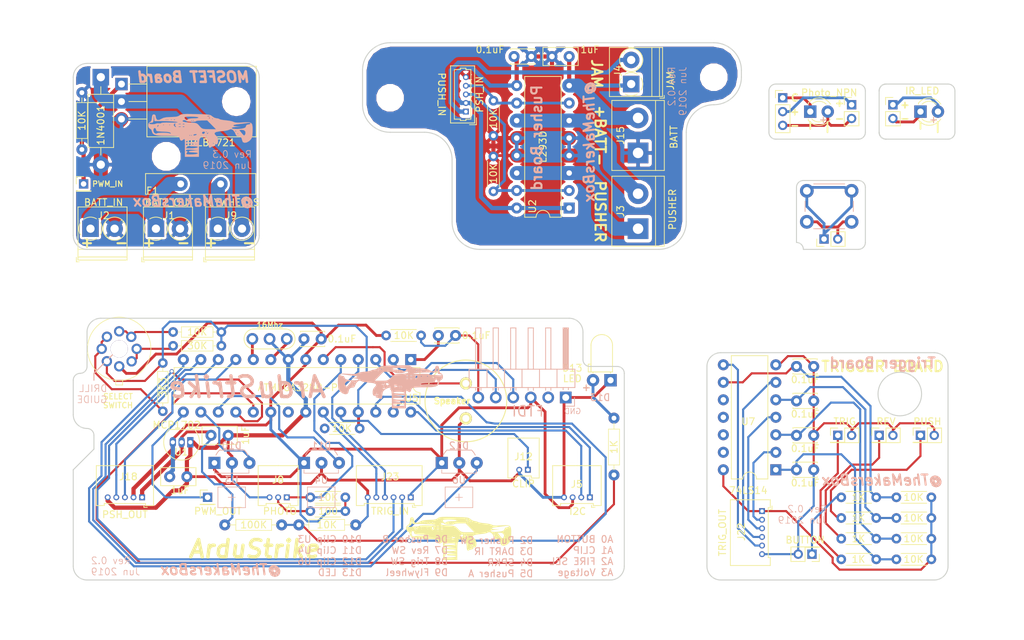
<source format=kicad_pcb>
(kicad_pcb (version 4) (host pcbnew 4.0.6)
  (title_block (date "lun. 30 mars 2015"))
  (layers (0 F.Cu signal) (31 B.Cu signal) (34 B.Paste user) (35 F.Paste user) (36 B.SilkS user) (37 F.SilkS user) (38 B.Mask user) (39 F.Mask user) (44 Edge.Cuts user))
  (net 0 "")
  (net 1 /Reset)
  (net 2 GND)
  (net 3 /A0)
  (net 4 /A1)
  (net 5 /A2)
  (net 6 /A3)
  (net 7 /AREF)
  (net 8 "/A4(SDA)")
  (net 9 "/A5(SCL)")
  (net 10 "/9(**)")
  (net 11 /8)
  (net 12 /7)
  (net 13 "/6(**)")
  (net 14 "/5(**)")
  (net 15 /4)
  (net 16 "/3(**)")
  (net 17 /2)
  (net 18 "/13(SCK)")
  (net 19 "/12(MISO)")
  (net 20 VCC)
  (net 21 "Net-(D2-Pad2)")
  (net 22 "Net-(U5-Pad9)")
  (net 23 "Net-(U5-Pad10)")
  (net 24 "/11(MOSI)")
  (net 25 "/10(SS)")
  (net 26 "Net-(D1-Pad1)")
  (net 27 "Net-(J3-Pad1)")
  (net 28 "Net-(J3-Pad2)")
  (net 29 /TRIG)
  (net 30 "/0(Rx)")
  (net 31 "/1(Tx)")
  (net 32 "Net-(J7-Pad2)")
  (net 33 /Vin)
  (net 34 "Net-(R14-Pad2)")
  (net 35 "Net-(R15-Pad2)")
  (net 36 "Net-(R13-Pad2)")
  (net 37 "Net-(C6-Pad1)")
  (net 38 "Net-(C7-Pad1)")
  (net 39 "Net-(C8-Pad1)")
  (net 40 /#RTS)
  (net 41 "Net-(C2-Pad1)")
  (net 42 "Net-(C3-Pad1)")
  (net 43 "Net-(J17-Pad3)")
  (net 44 "Net-(C10-Pad1)")
  (net 45 "Net-(J6-Pad1)")
  (net 46 "Net-(J17-Pad4)")
  (net 47 "Net-(J19-Pad1)")
  (net 48 "Net-(J20-Pad1)")
  (net 49 "Net-(J21-Pad1)")
  (net 50 /REV)
  (net 51 /PUSHER)
  (net 52 /BUTTON)
  (net 53 "Net-(J8-Pad2)")
  (net 54 "Net-(D3-Pad1)")
  (net 55 "Net-(D3-Pad2)")
  (net 56 "Net-(J27-Pad1)")
  (net 57 "Net-(J27-Pad2)")
  (net 58 /A)
  (net 59 /E)
  (net 60 /C)
  (net 61 "Net-(F1-Pad2)")
  (net 62 /BATT)
  (module Fuse_Holders_and_Fuses:Fuse_Littelfuse-LVR125 (layer F.Cu) (at 149.498 66.865)
    (fp_text reference F1 (at -7 1) (layer F.SilkS))
    (fp_text value Polyfuse)
    (pad 1 thru_hole circle (at -2.9 0) (size 2 2) (drill 1) (layers *.Cu *.Mask) (net 62 /BATT))
    (pad 2 thru_hole circle (at 2.9 0) (size 2 2) (drill 1) (layers *.Cu *.Mask) (net 61 "Net-(F1-Pad2)"))
  )
  (module Pin_Headers:Pin_Header_Straight_1x02_Pitch2.00mm (layer F.Cu) (at 249.998 55.365)
    (fp_text reference J26 hide)
    (fp_text value IR_LED (at 4.25 -2) (layer F.SilkS))
    (pad 1 thru_hole rect (at 0 0) (size 1.35 1.35) (drill 0.8) (layers *.Cu *.Mask) (net 55 "Net-(D3-Pad2)"))
    (pad 2 thru_hole oval (at 0 2) (size 1.35 1.35) (drill 0.8) (layers *.Cu *.Mask) (net 54 "Net-(D3-Pad1)"))
  )
  (module Wire_Pads:SolderWirePad_single_2-5mmDrill (layer F.Cu) (at 240.748 70.115)
    (fp_text reference J14 hide)
    (fp_text value NPTH)
    (pad "" np_thru_hole circle (at 0 0) (size 3 3) (drill 3) (layers *.Cu *.Mask))
  )
  (module Wire_Pads:SolderWirePad_single_2-5mmDrill (layer F.Cu) (at 144.498 62.865)
    (fp_text reference J14 hide)
    (fp_text value NPTH)
    (pad "" np_thru_hole circle (at 0 0) (size 3.5 3.5) (drill 3.5) (layers *.Cu *.Mask))
  )
  (module Wire_Pads:SolderWirePad_single_2-5mmDrill (layer F.Cu) (at 223.998 51.365)
    (fp_text reference J14 hide)
    (fp_text value NPTH)
    (pad "" np_thru_hole circle (at 0 0) (size 3 3) (drill 3) (layers *.Cu *.Mask))
  )
  (module Wire_Pads:SolderWirePad_single_2-5mmDrill (layer F.Cu) (at 176.998 54.365)
    (fp_text reference J14 hide)
    (fp_text value NPTH)
    (pad "" np_thru_hole circle (at 0 0) (size 3 3) (drill 3) (layers *.Cu *.Mask))
  )
  (module footprints:Hall_Sensor (layer B.Cu) (at 151.498 107.365)
    (fp_text reference U3 (at 2.5 2.5 180) (layer B.SilkS) (effects (justify mirror)))
    (fp_text value "HALL SENSOR" hide)
    (pad 3 thru_hole circle (at 5.08 0 270) (size 1.75 1.75) (drill 0.8) (layers *.Cu *.Mask) (net 25 "/10(SS)"))
    (pad 2 thru_hole circle (at 2.54 0 270) (size 1.75 1.75) (drill 0.8) (layers *.Cu *.Mask) (net 2 GND))
    (pad 1 thru_hole rect (at 0 0 270) (size 1.75 1.75) (drill 0.8) (layers *.Cu *.Mask) (net 20 VCC))
  )
  (module footprints:RS_left (layer B.Cu) (at 176.998 95.365 180)
    (fp_text reference G*** hide)
    (fp_text value LOGO hide)
  )
  (module footprints:SPEAKER (layer F.Cu) (at 187.998 98.365)
    (fp_text reference LS1 hide)
    (fp_text value Speaker (at -2 0) (layer F.SilkS) (effects (font (size 0.889 0.889) (thickness 0.22225))))
    (pad 2 thru_hole circle (at 0 2.54) (size 1.778 1.778) (drill 1.016) (layers *.Cu *.Mask F.SilkS) (net 2 GND))
    (pad 1 thru_hole circle (at 0 -2.54) (size 1.778 1.778) (drill 1.016) (layers *.Cu *.Mask F.SilkS) (net 15 /4))
  )
  (module footprints:DIP-28_W7.62mm (layer F.Cu) (at 179.998 92.365 270)
    (fp_text reference U5 (at 5.588 -0.127 360) (layer F.SilkS))
    (fp_text value ATMEGA328P-PU (at 4.064 15.875 360) (layer F.SilkS))
    (pad 1 thru_hole rect (at 0 0 270) (size 1.6 1.6) (drill 0.8) (layers *.Cu *.Mask) (net 1 /Reset))
    (pad 15 thru_hole oval (at 7.62 33.02 270) (size 1.6 1.6) (drill 0.8) (layers *.Cu *.Mask) (net 10 "/9(**)"))
    (pad 2 thru_hole oval (at 0 2.54 270) (size 1.6 1.6) (drill 0.8) (layers *.Cu *.Mask) (net 30 "/0(Rx)"))
    (pad 16 thru_hole oval (at 7.62 30.48 270) (size 1.6 1.6) (drill 0.8) (layers *.Cu *.Mask) (net 25 "/10(SS)"))
    (pad 3 thru_hole oval (at 0 5.08 270) (size 1.6 1.6) (drill 0.8) (layers *.Cu *.Mask) (net 31 "/1(Tx)"))
    (pad 17 thru_hole oval (at 7.62 27.94 270) (size 1.6 1.6) (drill 0.8) (layers *.Cu *.Mask) (net 24 "/11(MOSI)"))
    (pad 4 thru_hole oval (at 0 7.62 270) (size 1.6 1.6) (drill 0.8) (layers *.Cu *.Mask) (net 17 /2))
    (pad 18 thru_hole oval (at 7.62 25.4 270) (size 1.6 1.6) (drill 0.8) (layers *.Cu *.Mask) (net 19 "/12(MISO)"))
    (pad 5 thru_hole oval (at 0 10.16 270) (size 1.6 1.6) (drill 0.8) (layers *.Cu *.Mask) (net 16 "/3(**)"))
    (pad 19 thru_hole oval (at 7.62 22.86 270) (size 1.6 1.6) (drill 0.8) (layers *.Cu *.Mask) (net 18 "/13(SCK)"))
    (pad 6 thru_hole oval (at 0 12.7 270) (size 1.6 1.6) (drill 0.8) (layers *.Cu *.Mask) (net 15 /4))
    (pad 20 thru_hole oval (at 7.62 20.32 270) (size 1.6 1.6) (drill 0.8) (layers *.Cu *.Mask) (net 20 VCC))
    (pad 7 thru_hole oval (at 0 15.24 270) (size 1.6 1.6) (drill 0.8) (layers *.Cu *.Mask) (net 20 VCC))
    (pad 21 thru_hole oval (at 7.62 17.78 270) (size 1.6 1.6) (drill 0.8) (layers *.Cu *.Mask) (net 7 /AREF))
    (pad 8 thru_hole oval (at 0 17.78 270) (size 1.6 1.6) (drill 0.8) (layers *.Cu *.Mask) (net 2 GND))
    (pad 22 thru_hole oval (at 7.62 15.24 270) (size 1.6 1.6) (drill 0.8) (layers *.Cu *.Mask) (net 2 GND))
    (pad 9 thru_hole oval (at 0 20.32 270) (size 1.6 1.6) (drill 0.8) (layers *.Cu *.Mask) (net 22 "Net-(U5-Pad9)"))
    (pad 23 thru_hole oval (at 7.62 12.7 270) (size 1.6 1.6) (drill 0.8) (layers *.Cu *.Mask) (net 3 /A0))
    (pad 10 thru_hole oval (at 0 22.86 270) (size 1.6 1.6) (drill 0.8) (layers *.Cu *.Mask) (net 23 "Net-(U5-Pad10)"))
    (pad 24 thru_hole oval (at 7.62 10.16 270) (size 1.6 1.6) (drill 0.8) (layers *.Cu *.Mask) (net 4 /A1))
    (pad 11 thru_hole oval (at 0 25.4 270) (size 1.6 1.6) (drill 0.8) (layers *.Cu *.Mask) (net 14 "/5(**)"))
    (pad 25 thru_hole oval (at 7.62 7.62 270) (size 1.6 1.6) (drill 0.8) (layers *.Cu *.Mask) (net 5 /A2))
    (pad 12 thru_hole oval (at 0 27.94 270) (size 1.6 1.6) (drill 0.8) (layers *.Cu *.Mask) (net 13 "/6(**)"))
    (pad 26 thru_hole oval (at 7.62 5.08 270) (size 1.6 1.6) (drill 0.8) (layers *.Cu *.Mask) (net 6 /A3))
    (pad 13 thru_hole oval (at 0 30.48 270) (size 1.6 1.6) (drill 0.8) (layers *.Cu *.Mask) (net 12 /7))
    (pad 27 thru_hole oval (at 7.62 2.54 270) (size 1.6 1.6) (drill 0.8) (layers *.Cu *.Mask) (net 8 "/A4(SDA)"))
    (pad 14 thru_hole oval (at 0 33.02 270) (size 1.6 1.6) (drill 0.8) (layers *.Cu *.Mask) (net 11 /8))
    (pad 28 thru_hole oval (at 7.62 0 270) (size 1.6 1.6) (drill 0.8) (layers *.Cu *.Mask) (net 9 "/A5(SCL)"))
  )
  (module footprints:TO-220-3_Horizontal (layer F.Cu) (at 137.998 52.365 270)
    (fp_text reference Q1 hide)
    (fp_text value IRLB8721 (at 8.5 -13 360) (layer F.SilkS))
    (pad 0 np_thru_hole oval (at 2.54 -16.66 270) (size 3.5 3.5) (drill 3.5) (layers *.Cu *.Mask))
    (pad 1 thru_hole rect (at 0 0 270) (size 1.8 1.8) (drill 1) (layers *.Cu *.Mask) (net 10 "/9(**)"))
    (pad 2 thru_hole oval (at 2.54 0 270) (size 1.8 1.8) (drill 1) (layers *.Cu *.Mask) (net 26 "Net-(D1-Pad1)"))
    (pad 3 thru_hole oval (at 5.08 0 270) (size 1.8 1.8) (drill 1) (layers *.Cu *.Mask) (net 2 GND))
  )
  (module footprints:D_DO-15_P12.70mm_Horizontal (layer F.Cu) (at 134.998 51.365 270)
    (fp_text reference D1 hide)
    (fp_text value 1N4001 (at 6.985 0 270) (layer F.SilkS))
    (pad 1 thru_hole rect (at 0 0 270) (size 2.4 2.4) (drill 1.2) (layers *.Cu *.Mask) (net 26 "Net-(D1-Pad1)"))
    (pad 2 thru_hole oval (at 12.7 0 270) (size 2.4 2.4) (drill 1.2) (layers *.Cu *.Mask) (net 2 GND))
  )
  (module footprints:R_Axial_DIN0204_L3.6mm_D1.6mm_P7.62mm_Horizontal (layer F.Cu) (at 132.248 53.865 270)
    (fp_text reference R9)
    (fp_text value 10K (at 3.81 0 270) (layer F.SilkS))
    (pad 1 thru_hole circle (at -0.25 0 270) (size 1.6 1.6) (drill 0.7) (layers *.Cu *.Mask) (net 2 GND))
    (pad 2 thru_hole circle (at 8 0 270) (size 1.6 1.6) (drill 0.7) (layers *.Cu *.Mask) (net 10 "/9(**)"))
  )
  (module footprints:R_Axial_DIN0204_L3.6mm_D1.6mm_P7.62mm_Horizontal (layer F.Cu) (at 160.998 116.365 180)
    (fp_text reference R8)
    (fp_text value 100K (at 3.81 0 180) (layer F.SilkS))
    (pad 1 thru_hole circle (at -0.25 0 180) (size 1.6 1.6) (drill 0.7) (layers *.Cu *.Mask) (net 6 /A3))
    (pad 2 thru_hole circle (at 8 0 180) (size 1.6 1.6) (drill 0.7) (layers *.Cu *.Mask) (net 33 /Vin))
  )
  (module footprints:R__P5.08mm (layer F.Cu) (at 169.998 102.365)
    (fp_text reference R16 hide)
    (fp_text value 10K (at 0 0) (layer F.SilkS))
    (pad 1 thru_hole circle (at -2.5 0) (size 1.4 1.4) (drill 0.7) (layers *.Cu *.Mask) (net 2 GND))
    (pad 2 thru_hole oval (at 2.58 0) (size 1.4 1.4) (drill 0.7) (layers *.Cu *.Mask) (net 5 /A2))
  )
  (module footprints:R__P5.08mm (layer F.Cu) (at 252.998 115.365)
    (fp_text reference R10 hide)
    (fp_text value 10K (at 0 0) (layer F.SilkS))
    (pad 1 thru_hole circle (at -2.5 0) (size 1.4 1.4) (drill 0.7) (layers *.Cu *.Mask) (net 39 "Net-(C8-Pad1)"))
    (pad 2 thru_hole oval (at 2.58 0) (size 1.4 1.4) (drill 0.7) (layers *.Cu *.Mask) (net 20 VCC))
  )
  (module footprints:R__P5.08mm (layer F.Cu) (at 191.998 65.365 270)
    (fp_text reference R1 hide)
    (fp_text value 10K (at 0 0 270) (layer F.SilkS))
    (pad 1 thru_hole circle (at -2.5 0 270) (size 1.4 1.4) (drill 0.7) (layers *.Cu *.Mask) (net 2 GND))
    (pad 2 thru_hole oval (at 2.58 0 270) (size 1.4 1.4) (drill 0.7) (layers *.Cu *.Mask) (net 43 "Net-(J17-Pad3)"))
  )
  (module footprints:R__P5.08mm (layer F.Cu) (at 191.998 57.365 90)
    (fp_text reference R3 hide)
    (fp_text value 10K (at 0 0 90) (layer F.SilkS))
    (pad 1 thru_hole circle (at -2.5 0 90) (size 1.4 1.4) (drill 0.7) (layers *.Cu *.Mask) (net 2 GND))
    (pad 2 thru_hole oval (at 2.58 0 90) (size 1.4 1.4) (drill 0.7) (layers *.Cu *.Mask) (net 46 "Net-(J17-Pad4)"))
  )
  (module footprints:R__P5.08mm (layer F.Cu) (at 252.998 121.365)
    (fp_text reference R4 hide)
    (fp_text value 10K (at 0 0) (layer F.SilkS))
    (pad 1 thru_hole circle (at -2.5 0) (size 1.4 1.4) (drill 0.7) (layers *.Cu *.Mask) (net 37 "Net-(C6-Pad1)"))
    (pad 2 thru_hole oval (at 2.58 0) (size 1.4 1.4) (drill 0.7) (layers *.Cu *.Mask) (net 20 VCC))
  )
  (module footprints:R__P5.08mm (layer F.Cu) (at 252.998 118.365)
    (fp_text reference R6 hide)
    (fp_text value 10K (at 0 0) (layer F.SilkS))
    (pad 1 thru_hole circle (at -2.5 0) (size 1.4 1.4) (drill 0.7) (layers *.Cu *.Mask) (net 38 "Net-(C7-Pad1)"))
    (pad 2 thru_hole oval (at 2.58 0) (size 1.4 1.4) (drill 0.7) (layers *.Cu *.Mask) (net 20 VCC))
  )
  (module footprints:Resonator-3pin_w7.0mm_h2.5mm (layer F.Cu) (at 156.998 89.365)
    (fp_text reference Y1 hide)
    (fp_text value 16Mhz (at 2.54 -2.032) (layer F.SilkS) (effects (font (size 0.8 0.8))))
    (pad 1 thru_hole circle (at 0 0) (size 1.7 1.7) (drill 1) (layers *.Cu *.Mask) (net 23 "Net-(U5-Pad10)"))
    (pad 2 thru_hole circle (at 2.5 0) (size 1.7 1.7) (drill 1) (layers *.Cu *.Mask) (net 2 GND))
    (pad 3 thru_hole circle (at 5 0) (size 1.7 1.7) (drill 1) (layers *.Cu *.Mask) (net 22 "Net-(U5-Pad9)"))
  )
  (module footprints:R__P5.08mm (layer F.Cu) (at 244.998 115.365)
    (fp_text reference R11 hide)
    (fp_text value 1K (at 0 0) (layer F.SilkS))
    (pad 1 thru_hole circle (at -2.5 0) (size 1.4 1.4) (drill 0.7) (layers *.Cu *.Mask) (net 48 "Net-(J20-Pad1)"))
    (pad 2 thru_hole oval (at 2.58 0) (size 1.4 1.4) (drill 0.7) (layers *.Cu *.Mask) (net 39 "Net-(C8-Pad1)"))
  )
  (module footprints:R__P5.08mm (layer F.Cu) (at 244.998 118.365)
    (fp_text reference R7 hide)
    (fp_text value 1K (at 0 0) (layer F.SilkS))
    (pad 1 thru_hole circle (at -2.5 0) (size 1.4 1.4) (drill 0.7) (layers *.Cu *.Mask) (net 45 "Net-(J6-Pad1)"))
    (pad 2 thru_hole oval (at 2.58 0) (size 1.4 1.4) (drill 0.7) (layers *.Cu *.Mask) (net 38 "Net-(C7-Pad1)"))
  )
  (module footprints:R__P5.08mm (layer F.Cu) (at 244.998 121.365)
    (fp_text reference R5 hide)
    (fp_text value 1K (at 0 0) (layer F.SilkS))
    (pad 1 thru_hole circle (at -2.5 0) (size 1.4 1.4) (drill 0.7) (layers *.Cu *.Mask) (net 47 "Net-(J19-Pad1)"))
    (pad 2 thru_hole oval (at 2.58 0) (size 1.4 1.4) (drill 0.7) (layers *.Cu *.Mask) (net 37 "Net-(C6-Pad1)"))
  )
  (module footprints:C_Disc_D5.0mm_W2.5mm_P2.50mm (layer F.Cu) (at 150.998 103.365)
    (fp_text reference C1 hide)
    (fp_text value 1uF (at 5 0 90) (layer F.SilkS))
    (pad 1 thru_hole circle (at 0 0) (size 1.6 1.6) (drill 0.8) (layers *.Cu *.Mask) (net 33 /Vin))
    (pad 2 thru_hole circle (at 2.5 0) (size 1.6 1.6) (drill 0.8) (layers *.Cu *.Mask) (net 2 GND))
  )
  (module footprints:C_Disc_D5.0mm_W2.5mm_P2.50mm (layer F.Cu) (at 202.998 48.365 180)
    (fp_text reference C2 hide)
    (fp_text value 1uF (at -3 1 360) (layer F.SilkS))
    (pad 1 thru_hole circle (at 0 0 180) (size 1.6 1.6) (drill 0.8) (layers *.Cu *.Mask) (net 41 "Net-(C2-Pad1)"))
    (pad 2 thru_hole circle (at 2.5 0 180) (size 1.6 1.6) (drill 0.8) (layers *.Cu *.Mask) (net 2 GND))
  )
  (module footprints:C_Disc_D3.4mm_W2.1mm_P2.50mm (layer F.Cu) (at 194.998 48.365)
    (fp_text reference C3 hide)
    (fp_text value 0.1uF (at -3.5 -1) (layer F.SilkS))
    (pad 1 thru_hole circle (at 0 0) (size 1.6 1.6) (drill 0.8) (layers *.Cu *.Mask) (net 42 "Net-(C3-Pad1)"))
    (pad 2 thru_hole circle (at 2.5 0) (size 1.6 1.6) (drill 0.8) (layers *.Cu *.Mask) (net 2 GND))
  )
  (module footprints:C_Disc_D5.0mm_W2.5mm_P2.50mm (layer F.Cu) (at 144.998 109.365)
    (fp_text reference C4 hide)
    (fp_text value 1uF (at 1.5 2 180) (layer F.SilkS))
    (pad 1 thru_hole circle (at 0 0) (size 1.6 1.6) (drill 0.8) (layers *.Cu *.Mask) (net 20 VCC))
    (pad 2 thru_hole circle (at 2.5 0) (size 1.6 1.6) (drill 0.8) (layers *.Cu *.Mask) (net 2 GND))
  )
  (module footprints:C_Disc_D3.4mm_W2.1mm_P2.50mm (layer F.Cu) (at 235.998 108.365)
    (fp_text reference C6 hide)
    (fp_text value 0.1uF (at 1.27 1.905) (layer F.SilkS))
    (pad 1 thru_hole circle (at 0 0) (size 1.6 1.6) (drill 0.8) (layers *.Cu *.Mask) (net 37 "Net-(C6-Pad1)"))
    (pad 2 thru_hole circle (at 2.5 0) (size 1.6 1.6) (drill 0.8) (layers *.Cu *.Mask) (net 2 GND))
  )
  (module footprints:C_Disc_D3.4mm_W2.1mm_P2.50mm (layer F.Cu) (at 235.998 103.365)
    (fp_text reference C7 hide)
    (fp_text value 0.1uF (at 1.27 1.905) (layer F.SilkS))
    (pad 1 thru_hole circle (at 0 0) (size 1.6 1.6) (drill 0.8) (layers *.Cu *.Mask) (net 38 "Net-(C7-Pad1)"))
    (pad 2 thru_hole circle (at 2.5 0) (size 1.6 1.6) (drill 0.8) (layers *.Cu *.Mask) (net 2 GND))
  )
  (module footprints:C_Disc_D3.4mm_W2.1mm_P2.50mm (layer F.Cu) (at 235.998 98.365)
    (fp_text reference C8 hide)
    (fp_text value 0.1uF (at 1.27 1.905) (layer F.SilkS))
    (pad 1 thru_hole circle (at 0 0) (size 1.6 1.6) (drill 0.8) (layers *.Cu *.Mask) (net 39 "Net-(C8-Pad1)"))
    (pad 2 thru_hole circle (at 2.5 0) (size 1.6 1.6) (drill 0.8) (layers *.Cu *.Mask) (net 2 GND))
  )
  (module footprints:LED_D3.0mm_Horizontal_O1.27mm_Z10.0mm (layer F.Cu) (at 208.998 95.365 180)
    (fp_text reference D2 hide)
    (fp_text value D13 (at 5.544 1.766 180) (layer F.SilkS))
    (pad 1 thru_hole rect (at 0 0 180) (size 1.8 1.8) (drill 0.9) (layers *.Cu *.Mask) (net 2 GND))
    (pad 2 thru_hole circle (at 2.54 0 180) (size 1.8 1.8) (drill 0.9) (layers *.Cu *.Mask) (net 21 "Net-(D2-Pad2)"))
  )
  (module footprints:Molex_PicoBlade_53048-0210_02x1.25mm_Angled (layer F.Cu) (at 196.998 108.365 180)
    (fp_text reference J12 (at 0.635 1.905 180) (layer F.SilkS))
    (fp_text value CLIP (at 0.635 -2.032 180) (layer F.SilkS))
    (pad 1 thru_hole rect (at 0 0 180) (size 0.85 0.85) (drill 0.5) (layers *.Cu *.Mask) (net 4 /A1))
    (pad 2 thru_hole circle (at 1.25 0 180) (size 0.85 0.85) (drill 0.5) (layers *.Cu *.Mask) (net 2 GND))
  )
  (module Wire_Pads:SolderWirePad_single_2-5mmDrill (layer F.Cu) (at 195.998 114.365)
    (fp_text reference J13 hide)
    (fp_text value BUTTON)
    (pad "" np_thru_hole circle (at 0 0) (size 3 3) (drill 3) (layers *.Cu *.Mask))
  )
  (module Wire_Pads:SolderWirePad_single_2-5mmDrill (layer F.Cu) (at 145.998 114.619)
    (fp_text reference J14 hide)
    (fp_text value NPTH)
    (pad "" np_thru_hole circle (at 0 0) (size 3 3) (drill 3) (layers *.Cu *.Mask))
  )
  (module Wire_Pads:SolderWirePad_single_2-5mmDrill (layer F.Cu) (at 137.668 90.805)
    (fp_text reference J16 hide)
    (fp_text value NPTH)
    (pad "" np_thru_hole circle (at 0 0) (size 2.5 2.5) (drill 2.49936) (layers *.Cu *.Mask))
  )
  (module footprints:TO-92_Inline_Narrow_Oval (layer F.Cu) (at 147.998 104.365 180)
    (fp_text reference U1 (at 1.32 -1.41 180) (layer F.SilkS))
    (fp_text value MCP1702 (at 2 2.5 180) (layer F.SilkS))
    (pad 2 thru_hole oval (at 1.27 0) (size 0.9 1.5) (drill 0.6) (layers *.Cu *.Mask) (net 33 /Vin))
    (pad 3 thru_hole oval (at 2.54 0) (size 0.9 1.5) (drill 0.6) (layers *.Cu *.Mask) (net 20 VCC))
    (pad 1 thru_hole rect (at 0 0) (size 0.9 1.5) (drill 0.6) (layers *.Cu *.Mask) (net 2 GND))
  )
  (module footprints:DIP-16_W7.62mm (layer F.Cu) (at 202.998 70.365 180)
    (fp_text reference U2 (at 5.334 0.254 270) (layer F.SilkS))
    (fp_text value L293D (at 3.81 8.89 270) (layer F.SilkS))
    (pad 1 thru_hole rect (at 0 0 180) (size 1.6 1.6) (drill 0.8) (layers *.Cu *.Mask) (net 42 "Net-(C3-Pad1)"))
    (pad 9 thru_hole oval (at 7.62 17.78 180) (size 1.6 1.6) (drill 0.8) (layers *.Cu *.Mask) (net 42 "Net-(C3-Pad1)"))
    (pad 2 thru_hole oval (at 0 2.54 180) (size 1.6 1.6) (drill 0.8) (layers *.Cu *.Mask) (net 43 "Net-(J17-Pad3)"))
    (pad 10 thru_hole oval (at 7.62 15.24 180) (size 1.6 1.6) (drill 0.8) (layers *.Cu *.Mask) (net 46 "Net-(J17-Pad4)"))
    (pad 3 thru_hole oval (at 0 5.08 180) (size 1.6 1.6) (drill 0.8) (layers *.Cu *.Mask) (net 27 "Net-(J3-Pad1)"))
    (pad 11 thru_hole oval (at 7.62 12.7 180) (size 1.6 1.6) (drill 0.8) (layers *.Cu *.Mask) (net 28 "Net-(J3-Pad2)"))
    (pad 4 thru_hole oval (at 0 7.62 180) (size 1.6 1.6) (drill 0.8) (layers *.Cu *.Mask) (net 2 GND))
    (pad 12 thru_hole oval (at 7.62 10.16 180) (size 1.6 1.6) (drill 0.8) (layers *.Cu *.Mask) (net 2 GND))
    (pad 5 thru_hole oval (at 0 10.16 180) (size 1.6 1.6) (drill 0.8) (layers *.Cu *.Mask) (net 2 GND))
    (pad 13 thru_hole oval (at 7.62 7.62 180) (size 1.6 1.6) (drill 0.8) (layers *.Cu *.Mask) (net 2 GND))
    (pad 6 thru_hole oval (at 0 12.7 180) (size 1.6 1.6) (drill 0.8) (layers *.Cu *.Mask) (net 28 "Net-(J3-Pad2)"))
    (pad 14 thru_hole oval (at 7.62 5.08 180) (size 1.6 1.6) (drill 0.8) (layers *.Cu *.Mask) (net 27 "Net-(J3-Pad1)"))
    (pad 7 thru_hole oval (at 0 15.24 180) (size 1.6 1.6) (drill 0.8) (layers *.Cu *.Mask) (net 46 "Net-(J17-Pad4)"))
    (pad 15 thru_hole oval (at 7.62 2.54 180) (size 1.6 1.6) (drill 0.8) (layers *.Cu *.Mask) (net 43 "Net-(J17-Pad3)"))
    (pad 8 thru_hole oval (at 0 17.78 180) (size 1.6 1.6) (drill 0.8) (layers *.Cu *.Mask) (net 41 "Net-(C2-Pad1)"))
    (pad 16 thru_hole oval (at 7.62 0 180) (size 1.6 1.6) (drill 0.8) (layers *.Cu *.Mask) (net 42 "Net-(C3-Pad1)"))
  )
  (module footprints:Molex_PicoBlade_53048-0410_04x1.25mm_Angled (layer F.Cu) (at 205.998 112.365 180)
    (fp_text reference J5 (at 1.905 1.905 180) (layer F.SilkS))
    (fp_text value I2C (at 1.778 -2.032 180) (layer F.SilkS))
    (pad 1 thru_hole rect (at 0 0 180) (size 0.85 0.85) (drill 0.5) (layers *.Cu *.Mask) (net 8 "/A4(SDA)"))
    (pad 2 thru_hole circle (at 1.25 0 180) (size 0.85 0.85) (drill 0.5) (layers *.Cu *.Mask) (net 9 "/A5(SCL)"))
    (pad 3 thru_hole circle (at 2.5 0 180) (size 0.85 0.85) (drill 0.5) (layers *.Cu *.Mask) (net 20 VCC))
    (pad 4 thru_hole circle (at 3.75 0 180) (size 0.85 0.85) (drill 0.5) (layers *.Cu *.Mask) (net 2 GND))
  )
  (module footprints:SW_Rotary8 (layer F.Cu) (at 137.668 90.805 180)
    (fp_text reference SW1 hide)
    (fp_text value SW_Rotary8)
    (pad 8 thru_hole circle (at 0 -2.54 180) (size 1.5 1.5) (drill 0.9) (layers *.Cu *.Mask) (net 20 VCC))
    (pad 1 thru_hole circle (at 1.7907 -1.8034 180) (size 1.5 1.5) (drill 0.9) (layers *.Cu *.Mask) (net 5 /A2))
    (pad 2 thru_hole oval (at 2.54 0 180) (size 1.5 1.5) (drill 0.9) (layers *.Cu *.Mask) (net 35 "Net-(R15-Pad2)"))
    (pad 3 thru_hole oval (at 1.778 1.7526 180) (size 1.5 1.5) (drill 0.9) (layers *.Cu *.Mask) (net 35 "Net-(R15-Pad2)"))
    (pad 4 thru_hole oval (at 0 2.54 180) (size 1.5 1.5) (drill 0.9) (layers *.Cu *.Mask) (net 34 "Net-(R14-Pad2)"))
    (pad 5 thru_hole oval (at -1.7526 1.7399 180) (size 1.5 1.5) (drill 0.9) (layers *.Cu *.Mask) (net 34 "Net-(R14-Pad2)"))
    (pad 6 thru_hole oval (at -2.54 0 180) (size 1.5 1.5) (drill 0.9) (layers *.Cu *.Mask) (net 36 "Net-(R13-Pad2)"))
    (pad 7 thru_hole oval (at -1.8034 -1.8161 180) (size 1.5 1.5) (drill 0.9) (layers *.Cu *.Mask) (net 36 "Net-(R13-Pad2)"))
  )
  (module footprints:C_Disc_D3.4mm_W2.1mm_P2.50mm (layer F.Cu) (at 166.998 89.365 180)
    (fp_text reference C5 hide)
    (fp_text value 0.1uF (at -3 0 180) (layer F.SilkS))
    (pad 1 thru_hole circle (at 0 0 180) (size 1.6 1.6) (drill 0.8) (layers *.Cu *.Mask) (net 20 VCC))
    (pad 2 thru_hole circle (at 2.5 0 180) (size 1.6 1.6) (drill 0.8) (layers *.Cu *.Mask) (net 2 GND))
  )
  (module footprints:TerminalBlock_Phoenix_PT-1,5-2-3.5-H_1x02_P3.50mm_Horizontal (layer F.Cu) (at 211.998 52.365 90)
    (fp_text reference J4 (at 1.905 -1.905 90) (layer F.SilkS))
    (fp_text value JAM (at 0.5 5.7 90) (layer F.SilkS))
    (pad 1 thru_hole rect (at 0 0 90) (size 2.4 2.4) (drill 1.2) (layers *.Cu *.Mask) (net 41 "Net-(C2-Pad1)"))
    (pad 2 thru_hole circle (at 3.5 0 90) (size 2.4 2.4) (drill 1.2) (layers *.Cu *.Mask) (net 33 /Vin))
  )
  (module footprints:R_Axial_DIN0204_L3.6mm_D1.6mm_P7.62mm_Horizontal (layer F.Cu) (at 163.998 116.365)
    (fp_text reference R12)
    (fp_text value 10K (at 3.81 0) (layer F.SilkS))
    (pad 1 thru_hole circle (at -0.25 0) (size 1.6 1.6) (drill 0.7) (layers *.Cu *.Mask) (net 6 /A3))
    (pad 2 thru_hole circle (at 8 0) (size 1.6 1.6) (drill 0.7) (layers *.Cu *.Mask) (net 2 GND))
  )
  (module footprints:R_Axial_DIN0204_L3.6mm_D1.6mm_P7.62mm_Horizontal (layer F.Cu) (at 209.498 108.865 90)
    (fp_text reference R2)
    (fp_text value 1K (at 3.81 0 90) (layer F.SilkS))
    (pad 1 thru_hole circle (at -0.25 0 90) (size 1.6 1.6) (drill 0.7) (layers *.Cu *.Mask) (net 18 "/13(SCK)"))
    (pad 2 thru_hole circle (at 8 0 90) (size 1.6 1.6) (drill 0.7) (layers *.Cu *.Mask) (net 21 "Net-(D2-Pad2)"))
  )
  (module footprints:R__P7mm (layer F.Cu) (at 148.998 90.365 180)
    (fp_text reference R13 hide)
    (fp_text value 30K (at 0 0 180) (layer F.SilkS))
    (pad 1 thru_hole circle (at -3.5 0 180) (size 1.4 1.4) (drill 0.7) (layers *.Cu *.Mask) (net 5 /A2))
    (pad 2 thru_hole oval (at 3.5 0 180) (size 1.4 1.4) (drill 0.7) (layers *.Cu *.Mask) (net 36 "Net-(R13-Pad2)"))
  )
  (module footprints:R__P7mm (layer F.Cu) (at 148.998 88.365 180)
    (fp_text reference R14 hide)
    (fp_text value 10K (at 0 0 180) (layer F.SilkS))
    (pad 1 thru_hole circle (at -3.5 0 180) (size 1.4 1.4) (drill 0.7) (layers *.Cu *.Mask) (net 5 /A2))
    (pad 2 thru_hole oval (at 3.5 0 180) (size 1.4 1.4) (drill 0.7) (layers *.Cu *.Mask) (net 34 "Net-(R14-Pad2)"))
  )
  (module footprints:R__P7mm (layer F.Cu) (at 143.998 96.365 270)
    (fp_text reference R15 hide)
    (fp_text value 3K3 (at 0 0 270) (layer F.SilkS))
    (pad 1 thru_hole circle (at -3.5 0 270) (size 1.4 1.4) (drill 0.7) (layers *.Cu *.Mask) (net 5 /A2))
    (pad 2 thru_hole oval (at 3.5 0 270) (size 1.4 1.4) (drill 0.7) (layers *.Cu *.Mask) (net 35 "Net-(R15-Pad2)"))
  )
  (module footprints:RS_left (layer F.Cu) (at 186.998 117.365)
    (fp_text reference G*** hide)
    (fp_text value LOGO hide)
  )
  (module footprints:RS_right (layer B.Cu) (at 149.498 58.865 180)
    (fp_text reference G*** hide)
    (fp_text value LOGO hide)
  )
  (module footprints:C_Disc_D3.4mm_W2.1mm_P2.50mm (layer F.Cu) (at 186.498 88.865 180)
    (fp_text reference C9 hide)
    (fp_text value 0.1uF (at -3 0 180) (layer F.SilkS))
    (pad 1 thru_hole circle (at 0 0 180) (size 1.6 1.6) (drill 0.8) (layers *.Cu *.Mask) (net 40 /#RTS))
    (pad 2 thru_hole circle (at 2.5 0 180) (size 1.6 1.6) (drill 0.8) (layers *.Cu *.Mask) (net 1 /Reset))
  )
  (module footprints:R__P5.08mm (layer F.Cu) (at 178.998 88.865 180)
    (fp_text reference R17 hide)
    (fp_text value 10K (at 0 0 180) (layer F.SilkS))
    (pad 1 thru_hole circle (at -2.5 0 180) (size 1.4 1.4) (drill 0.7) (layers *.Cu *.Mask) (net 40 /#RTS))
    (pad 2 thru_hole oval (at 2.58 0 180) (size 1.4 1.4) (drill 0.7) (layers *.Cu *.Mask) (net 20 VCC))
  )
  (module Connectors_Terminal_Blocks:TerminalBlock_bornier-2_P5.08mm (layer F.Cu) (at 212.998 62.365 90)
    (fp_text reference J15 (at 2.54 -2.54 90) (layer F.SilkS))
    (fp_text value BATT (at 2.3 5.2 90) (layer F.SilkS))
    (pad 1 thru_hole rect (at 0 0 90) (size 3 3) (drill 1.52) (layers *.Cu *.Mask) (net 2 GND))
    (pad 2 thru_hole circle (at 5.08 0 90) (size 3 3) (drill 1.52) (layers *.Cu *.Mask) (net 41 "Net-(C2-Pad1)"))
  )
  (module Connectors_Terminal_Blocks:TerminalBlock_bornier-2_P5.08mm (layer F.Cu) (at 212.998 73.365 90)
    (fp_text reference J3 (at 2.54 -2.54 90) (layer F.SilkS))
    (fp_text value PUSHER (at 2.8 5 90) (layer F.SilkS))
    (pad 1 thru_hole rect (at 0 0 90) (size 3 3) (drill 1.52) (layers *.Cu *.Mask) (net 27 "Net-(J3-Pad1)"))
    (pad 2 thru_hole circle (at 5.08 0 90) (size 3 3) (drill 1.52) (layers *.Cu *.Mask) (net 28 "Net-(J3-Pad2)"))
  )
  (module footprints:C_Disc_D3.4mm_W2.1mm_P2.50mm (layer F.Cu) (at 235.998 93.365)
    (fp_text reference C10 hide)
    (fp_text value 0.1uF (at 1.27 1.905) (layer F.SilkS))
    (pad 1 thru_hole circle (at 0 0) (size 1.6 1.6) (drill 0.8) (layers *.Cu *.Mask) (net 44 "Net-(C10-Pad1)"))
    (pad 2 thru_hole circle (at 2.5 0) (size 1.6 1.6) (drill 0.8) (layers *.Cu *.Mask) (net 2 GND))
  )
  (module Pin_Headers:Pin_Header_Straight_2x01_Pitch2.00mm (layer F.Cu) (at 241.998 103.365)
    (fp_text reference J19 hide)
    (fp_text value TRIG (at 1 -2) (layer F.SilkS))
    (pad 1 thru_hole rect (at 0 0) (size 1.35 1.35) (drill 0.8) (layers *.Cu *.Mask) (net 47 "Net-(J19-Pad1)"))
    (pad 2 thru_hole oval (at 2 0) (size 1.35 1.35) (drill 0.8) (layers *.Cu *.Mask) (net 2 GND))
  )
  (module Pin_Headers:Pin_Header_Straight_2x01_Pitch2.00mm (layer F.Cu) (at 253.998 103.365)
    (fp_text reference J20 hide)
    (fp_text value PUSH (at 1 -2) (layer F.SilkS))
    (pad 1 thru_hole rect (at 0 0) (size 1.35 1.35) (drill 0.8) (layers *.Cu *.Mask) (net 48 "Net-(J20-Pad1)"))
    (pad 2 thru_hole oval (at 2 0) (size 1.35 1.35) (drill 0.8) (layers *.Cu *.Mask) (net 2 GND))
  )
  (module Pin_Headers:Pin_Header_Straight_2x01_Pitch2.00mm (layer F.Cu) (at 238.248 120.615 180)
    (fp_text reference J21 hide)
    (fp_text value BUTTON (at 1 2.06 180) (layer F.SilkS))
    (pad 1 thru_hole rect (at 0 0 180) (size 1.35 1.35) (drill 0.8) (layers *.Cu *.Mask) (net 49 "Net-(J21-Pad1)"))
    (pad 2 thru_hole oval (at 2 0 180) (size 1.35 1.35) (drill 0.8) (layers *.Cu *.Mask) (net 2 GND))
  )
  (module Connectors_Molex:Molex_PicoBlade_53048-0610_06x1.25mm_Angled (layer F.Cu) (at 230.998 114.365 270)
    (fp_text reference J22 (at 3 3 270) (layer F.SilkS))
    (fp_text value TRIG_OUT (at 3.125 5.75 270) (layer F.SilkS))
    (pad 1 thru_hole rect (at 0 0 270) (size 0.85 0.85) (drill 0.5) (layers *.Cu *.Mask) (net 20 VCC))
    (pad 2 thru_hole circle (at 1.25 0 270) (size 0.85 0.85) (drill 0.5) (layers *.Cu *.Mask) (net 29 /TRIG))
    (pad 3 thru_hole circle (at 2.5 0 270) (size 0.85 0.85) (drill 0.5) (layers *.Cu *.Mask) (net 50 /REV))
    (pad 4 thru_hole circle (at 3.75 0 270) (size 0.85 0.85) (drill 0.5) (layers *.Cu *.Mask) (net 51 /PUSHER))
    (pad 5 thru_hole circle (at 5 0 270) (size 0.85 0.85) (drill 0.5) (layers *.Cu *.Mask) (net 52 /BUTTON))
    (pad 6 thru_hole circle (at 6.25 0 270) (size 0.85 0.85) (drill 0.5) (layers *.Cu *.Mask) (net 2 GND))
  )
  (module Connectors_Molex:Molex_PicoBlade_53048-0610_06x1.25mm_Angled (layer F.Cu) (at 179.998 112.365 180)
    (fp_text reference J23 (at 3 3 180) (layer F.SilkS))
    (fp_text value TRIG_IN (at 3 -2 180) (layer F.SilkS))
    (pad 1 thru_hole rect (at 0 0 180) (size 0.85 0.85) (drill 0.5) (layers *.Cu *.Mask) (net 20 VCC))
    (pad 2 thru_hole circle (at 1.25 0 180) (size 0.85 0.85) (drill 0.5) (layers *.Cu *.Mask) (net 11 /8))
    (pad 3 thru_hole circle (at 2.5 0 180) (size 0.85 0.85) (drill 0.5) (layers *.Cu *.Mask) (net 12 /7))
    (pad 4 thru_hole circle (at 3.75 0 180) (size 0.85 0.85) (drill 0.5) (layers *.Cu *.Mask) (net 17 /2))
    (pad 5 thru_hole circle (at 5 0 180) (size 0.85 0.85) (drill 0.5) (layers *.Cu *.Mask) (net 3 /A0))
    (pad 6 thru_hole circle (at 6.25 0 180) (size 0.85 0.85) (drill 0.5) (layers *.Cu *.Mask) (net 2 GND))
  )
  (module footprints:R__P5.08mm (layer F.Cu) (at 244.998 112.365)
    (fp_text reference R18 hide)
    (fp_text value 1K (at 0 0) (layer F.SilkS))
    (pad 1 thru_hole circle (at -2.5 0) (size 1.4 1.4) (drill 0.7) (layers *.Cu *.Mask) (net 49 "Net-(J21-Pad1)"))
    (pad 2 thru_hole oval (at 2.58 0) (size 1.4 1.4) (drill 0.7) (layers *.Cu *.Mask) (net 44 "Net-(C10-Pad1)"))
  )
  (module footprints:R__P5.08mm (layer F.Cu) (at 252.998 112.365)
    (fp_text reference R19 hide)
    (fp_text value 10K (at 0 0) (layer F.SilkS))
    (pad 1 thru_hole circle (at -2.5 0) (size 1.4 1.4) (drill 0.7) (layers *.Cu *.Mask) (net 44 "Net-(C10-Pad1)"))
    (pad 2 thru_hole oval (at 2.58 0) (size 1.4 1.4) (drill 0.7) (layers *.Cu *.Mask) (net 20 VCC))
  )
  (module Pin_Headers:Pin_Header_Straight_2x01_Pitch2.00mm (layer F.Cu) (at 247.998 103.365)
    (fp_text reference J6 hide)
    (fp_text value REV (at 1 -2) (layer F.SilkS))
    (pad 1 thru_hole rect (at 0 0) (size 1.35 1.35) (drill 0.8) (layers *.Cu *.Mask) (net 45 "Net-(J6-Pad1)"))
    (pad 2 thru_hole oval (at 2 0) (size 1.35 1.35) (drill 0.8) (layers *.Cu *.Mask) (net 2 GND))
  )
  (module Pin_Headers:Pin_Header_Straight_1x01_Pitch2.00mm (layer F.Cu) (at 132.498 66.865)
    (fp_text reference J10 hide)
    (fp_text value PWM_IN (at 3.5 0) (layer F.SilkS) (effects (font (size 0.8 0.8))))
    (pad 1 thru_hole rect (at 0 0) (size 1.35 1.35) (drill 0.8) (layers *.Cu *.Mask) (net 10 "/9(**)"))
  )
  (module Connectors_Molex:Molex_PicoBlade_53048-0310_03x1.25mm_Angled (layer F.Cu) (at 161.998 112.365 180)
    (fp_text reference J8 (at 1.27 2.54 180) (layer F.SilkS))
    (fp_text value PHOTO (at 1 -2 180) (layer F.SilkS))
    (pad 1 thru_hole rect (at 0 0 180) (size 0.85 0.85) (drill 0.5) (layers *.Cu *.Mask) (net 16 "/3(**)"))
    (pad 2 thru_hole circle (at 1.25 0 180) (size 0.85 0.85) (drill 0.5) (layers *.Cu *.Mask) (net 53 "Net-(J8-Pad2)"))
    (pad 3 thru_hole circle (at 2.5 0 180) (size 0.85 0.85) (drill 0.5) (layers *.Cu *.Mask) (net 2 GND))
  )
  (module Connectors_Molex:Molex_PicoBlade_53048-0510_05x1.25mm_Angled (layer F.Cu) (at 140.998 112.365 180)
    (fp_text reference J18 (at 2 3 180) (layer F.SilkS))
    (fp_text value PSH_OUT (at 2.5 -2.5 180) (layer F.SilkS))
    (pad 1 thru_hole rect (at 0 0 180) (size 0.85 0.85) (drill 0.5) (layers *.Cu *.Mask) (net 33 /Vin))
    (pad 2 thru_hole circle (at 1.25 0 180) (size 0.85 0.85) (drill 0.5) (layers *.Cu *.Mask) (net 20 VCC))
    (pad 3 thru_hole circle (at 2.5 0 180) (size 0.85 0.85) (drill 0.5) (layers *.Cu *.Mask) (net 14 "/5(**)"))
    (pad 4 thru_hole circle (at 3.75 0 180) (size 0.85 0.85) (drill 0.5) (layers *.Cu *.Mask) (net 13 "/6(**)"))
    (pad 5 thru_hole circle (at 5 0 180) (size 0.85 0.85) (drill 0.5) (layers *.Cu *.Mask) (net 2 GND))
  )
  (module footprints:DIP-14_W7.62mm (layer F.Cu) (at 232.998 108.365 180)
    (fp_text reference U7 (at 4 7 180) (layer F.SilkS))
    (fp_text value 74LS14 (at 4 -3 180) (layer F.SilkS))
    (pad 1 thru_hole rect (at 0 0 180) (size 1.6 1.6) (drill 0.8) (layers *.Cu *.Mask) (net 37 "Net-(C6-Pad1)"))
    (pad 8 thru_hole oval (at 7.62 15.24 180) (size 1.6 1.6) (drill 0.8) (layers *.Cu *.Mask) (net 52 /BUTTON))
    (pad 2 thru_hole oval (at 0 2.54 180) (size 1.6 1.6) (drill 0.8) (layers *.Cu *.Mask) (net 29 /TRIG))
    (pad 9 thru_hole oval (at 7.62 12.7 180) (size 1.6 1.6) (drill 0.8) (layers *.Cu *.Mask) (net 44 "Net-(C10-Pad1)"))
    (pad 3 thru_hole oval (at 0 5.08 180) (size 1.6 1.6) (drill 0.8) (layers *.Cu *.Mask) (net 38 "Net-(C7-Pad1)"))
    (pad 10 thru_hole oval (at 7.62 10.16 180) (size 1.6 1.6) (drill 0.8) (layers *.Cu *.Mask))
    (pad 4 thru_hole oval (at 0 7.62 180) (size 1.6 1.6) (drill 0.8) (layers *.Cu *.Mask) (net 50 /REV))
    (pad 11 thru_hole oval (at 7.62 7.62 180) (size 1.6 1.6) (drill 0.8) (layers *.Cu *.Mask))
    (pad 5 thru_hole oval (at 0 10.16 180) (size 1.6 1.6) (drill 0.8) (layers *.Cu *.Mask) (net 39 "Net-(C8-Pad1)"))
    (pad 12 thru_hole oval (at 7.62 5.08 180) (size 1.6 1.6) (drill 0.8) (layers *.Cu *.Mask))
    (pad 6 thru_hole oval (at 0 12.7 180) (size 1.6 1.6) (drill 0.8) (layers *.Cu *.Mask) (net 51 /PUSHER))
    (pad 13 thru_hole oval (at 7.62 2.54 180) (size 1.6 1.6) (drill 0.8) (layers *.Cu *.Mask))
    (pad 7 thru_hole oval (at 0 15.24 180) (size 1.6 1.6) (drill 0.8) (layers *.Cu *.Mask) (net 2 GND))
    (pad 14 thru_hole oval (at 7.62 0 180) (size 1.6 1.6) (drill 0.8) (layers *.Cu *.Mask) (net 20 VCC))
  )
  (module Pin_Headers:Pin_Header_Straight_1x01_Pitch2.00mm (layer F.Cu) (at 150.498 112.365)
    (fp_text reference J11 hide)
    (fp_text value PWM_OUT (at 1.5 2) (layer F.SilkS))
    (pad 1 thru_hole rect (at 0 0) (size 1.35 1.35) (drill 0.8) (layers *.Cu *.Mask) (net 10 "/9(**)"))
  )
  (module Pin_Headers:Pin_Header_Angled_1x06_Pitch2.54mm (layer B.Cu) (at 202.498 97.865 90)
    (fp_text reference J7 hide)
    (fp_text value FTDI)
    (pad 1 thru_hole rect (at 0 0 90) (size 1.7 1.7) (drill 1) (layers *.Cu *.Mask) (net 2 GND))
    (pad 2 thru_hole oval (at 0 -2.54 90) (size 1.7 1.7) (drill 1) (layers *.Cu *.Mask) (net 32 "Net-(J7-Pad2)"))
    (pad 3 thru_hole oval (at 0 -5.08 90) (size 1.7 1.7) (drill 1) (layers *.Cu *.Mask) (net 20 VCC))
    (pad 4 thru_hole oval (at 0 -7.62 90) (size 1.7 1.7) (drill 1) (layers *.Cu *.Mask) (net 30 "/0(Rx)"))
    (pad 5 thru_hole oval (at 0 -10.16 90) (size 1.7 1.7) (drill 1) (layers *.Cu *.Mask) (net 31 "/1(Tx)"))
    (pad 6 thru_hole oval (at 0 -12.7 90) (size 1.7 1.7) (drill 1) (layers *.Cu *.Mask) (net 40 /#RTS))
  )
  (module footprints:Hall_Sensor (layer B.Cu) (at 164.498 107.365)
    (fp_text reference U4 (at 2.5 2.5 180) (layer B.SilkS) (effects (justify mirror)))
    (fp_text value "HALL SENSOR" hide)
    (pad 3 thru_hole circle (at 5.08 0 270) (size 1.75 1.75) (drill 0.8) (layers *.Cu *.Mask) (net 24 "/11(MOSI)"))
    (pad 2 thru_hole circle (at 2.54 0 270) (size 1.75 1.75) (drill 0.8) (layers *.Cu *.Mask) (net 2 GND))
    (pad 1 thru_hole rect (at 0 0 270) (size 1.75 1.75) (drill 0.8) (layers *.Cu *.Mask) (net 20 VCC))
  )
  (module footprints:Hall_Sensor (layer B.Cu) (at 184.498 107.365)
    (fp_text reference U6 (at 2.5 2.5 180) (layer B.SilkS) (effects (justify mirror)))
    (fp_text value "HALL SENSOR" hide)
    (pad 3 thru_hole circle (at 5.08 0 270) (size 1.75 1.75) (drill 0.8) (layers *.Cu *.Mask) (net 19 "/12(MISO)"))
    (pad 2 thru_hole circle (at 2.54 0 270) (size 1.75 1.75) (drill 0.8) (layers *.Cu *.Mask) (net 2 GND))
    (pad 1 thru_hole rect (at 0 0 270) (size 1.75 1.75) (drill 0.8) (layers *.Cu *.Mask) (net 20 VCC))
  )
  (module footprints:R__P5.08mm (layer F.Cu) (at 167.998 112.365 180)
    (fp_text reference R20 hide)
    (fp_text value 10K (at 0 0 180) (layer F.SilkS))
    (pad 1 thru_hole circle (at -2.5 0 180) (size 1.4 1.4) (drill 0.7) (layers *.Cu *.Mask) (net 20 VCC))
    (pad 2 thru_hole oval (at 2.58 0 180) (size 1.4 1.4) (drill 0.7) (layers *.Cu *.Mask) (net 16 "/3(**)"))
  )
  (module footprints:R__P5.08mm (layer F.Cu) (at 167.998 114.365 180)
    (fp_text reference R21 hide)
    (fp_text value 100 (at 0 0 180) (layer F.SilkS))
    (pad 1 thru_hole circle (at -2.5 0 180) (size 1.4 1.4) (drill 0.7) (layers *.Cu *.Mask) (net 20 VCC))
    (pad 2 thru_hole oval (at 2.58 0 180) (size 1.4 1.4) (drill 0.7) (layers *.Cu *.Mask) (net 53 "Net-(J8-Pad2)"))
  )
  (module Connectors_Molex:Molex_PicoBlade_53047-0510_05x1.25mm_Straight (layer F.Cu) (at 187.998 56.365 90)
    (fp_text reference J17 hide)
    (fp_text value PSH_IN (at 2.5 2 270) (layer F.SilkS))
    (pad 1 thru_hole rect (at 0 0 90) (size 0.85 0.85) (drill 0.5) (layers *.Cu *.Mask) (net 33 /Vin))
    (pad 2 thru_hole circle (at 1.25 0 90) (size 0.85 0.85) (drill 0.5) (layers *.Cu *.Mask) (net 42 "Net-(C3-Pad1)"))
    (pad 3 thru_hole circle (at 2.5 0 90) (size 0.85 0.85) (drill 0.5) (layers *.Cu *.Mask) (net 43 "Net-(J17-Pad3)"))
    (pad 4 thru_hole circle (at 3.75 0 90) (size 0.85 0.85) (drill 0.5) (layers *.Cu *.Mask) (net 46 "Net-(J17-Pad4)"))
    (pad 5 thru_hole circle (at 5 0 90) (size 0.85 0.85) (drill 0.5) (layers *.Cu *.Mask) (net 2 GND))
  )
  (module footprints:LED_D3.0mm (layer F.Cu) (at 253.998 56.365)
    (fp_text reference D3)
    (fp_text value LED hide)
    (fp_text user + (at 1.905 1.143) (layer B.SilkS) (effects (justify mirror)))
    (fp_text user + (at 1.905 1.143) (layer F.SilkS))
    (pad 1 thru_hole rect (at 0 0) (size 1.8 1.8) (drill 0.9) (layers *.Cu *.Mask) (net 54 "Net-(D3-Pad1)"))
    (pad 2 thru_hole circle (at 2.54 0) (size 1.8 1.8) (drill 0.9) (layers *.Cu *.Mask) (net 55 "Net-(D3-Pad2)"))
  )
  (module Pin_Headers:Pin_Header_Straight_1x02_Pitch2.00mm (layer F.Cu) (at 243.998 55.365)
    (fp_text reference J24 hide)
    (fp_text value TO_IR)
    (pad 1 thru_hole rect (at 0 0) (size 1.35 1.35) (drill 0.8) (layers *.Cu *.Mask) (net 58 /A))
    (pad 2 thru_hole oval (at 0 2) (size 1.35 1.35) (drill 0.8) (layers *.Cu *.Mask) (net 59 /E))
  )
  (module Pin_Headers:Pin_Header_Straight_1x03_Pitch2.00mm (layer F.Cu) (at 233.998 54.365)
    (fp_text reference J25 hide)
    (fp_text value PHOTO)
    (pad 1 thru_hole rect (at 0 0) (size 1.35 1.35) (drill 0.8) (layers *.Cu *.Mask) (net 60 /C))
    (pad 2 thru_hole oval (at 0 2) (size 1.35 1.35) (drill 0.8) (layers *.Cu *.Mask) (net 58 /A))
    (pad 3 thru_hole oval (at 0 4) (size 1.35 1.35) (drill 0.8) (layers *.Cu *.Mask) (net 59 /E))
  )
  (module footprints:LED_D3.0mm (layer F.Cu) (at 237.998 56.365)
    (fp_text reference Q2)
    (fp_text value Photo_NPN (at 2.75 -2.75) (layer F.SilkS))
    (fp_text user + (at 1.905 1.143) (layer B.SilkS) (effects (justify mirror)))
    (fp_text user + (at 1.905 1.143) (layer F.SilkS))
    (pad 1 thru_hole rect (at 0 0) (size 1.8 1.8) (drill 0.9) (layers *.Cu *.Mask) (net 60 /C))
    (pad 2 thru_hole circle (at 2.54 0) (size 1.8 1.8) (drill 0.9) (layers *.Cu *.Mask) (net 59 /E))
  )
  (module footprints:SW_PUSH_6mm (layer B.Cu) (at 237.498 72.365)
    (fp_text reference SW2 hide)
    (fp_text value SW_Push)
    (pad 2 thru_hole circle (at 0 -4.5 270) (size 2 2) (drill 1.1) (layers *.Cu *.Mask) (net 56 "Net-(J27-Pad1)"))
    (pad 1 thru_hole circle (at 0 0 270) (size 2 2) (drill 1.1) (layers *.Cu *.Mask) (net 57 "Net-(J27-Pad2)"))
    (pad 2 thru_hole circle (at 6.5 -4.5 270) (size 2 2) (drill 1.1) (layers *.Cu *.Mask) (net 56 "Net-(J27-Pad1)"))
    (pad 1 thru_hole circle (at 6.5 0 270) (size 2 2) (drill 1.1) (layers *.Cu *.Mask) (net 57 "Net-(J27-Pad2)"))
  )
  (module Pin_Headers:Pin_Header_Straight_1x02_Pitch2.00mm (layer F.Cu) (at 239.998 74.865 90)
    (fp_text reference J27 hide)
    (fp_text value BUTTON)
    (pad 1 thru_hole rect (at 0 0 90) (size 1.35 1.35) (drill 0.8) (layers *.Cu *.Mask) (net 56 "Net-(J27-Pad1)"))
    (pad 2 thru_hole oval (at 0 2 90) (size 1.35 1.35) (drill 0.8) (layers *.Cu *.Mask) (net 57 "Net-(J27-Pad2)"))
  )
  (module footprints:TerminalBlock_Phoenix_PT-1,5-2-3.5-H_1x02_P3.50mm_Horizontal (layer F.Cu) (at 142.998 73.365)
    (fp_text reference J1 (at 1.905 -1.905) (layer F.SilkS))
    (fp_text value BATT_OUT (at 1.905 -3.81 180) (layer F.SilkS))
    (pad 1 thru_hole rect (at 0 0) (size 2.4 2.4) (drill 1.2) (layers *.Cu *.Mask) (net 62 /BATT))
    (pad 2 thru_hole circle (at 3.5 0) (size 2.4 2.4) (drill 1.2) (layers *.Cu *.Mask) (net 2 GND))
  )
  (module footprints:TerminalBlock_Phoenix_PT-1,5-2-3.5-H_1x02_P3.50mm_Horizontal (layer F.Cu) (at 133.498 73.365)
    (fp_text reference J2 (at 1.905 -1.905) (layer F.SilkS))
    (fp_text value BATT_IN (at 1.905 -3.81 180) (layer F.SilkS))
    (pad 1 thru_hole rect (at 0 0) (size 2.4 2.4) (drill 1.2) (layers *.Cu *.Mask) (net 62 /BATT))
    (pad 2 thru_hole circle (at 3.5 0) (size 2.4 2.4) (drill 1.2) (layers *.Cu *.Mask) (net 2 GND))
  )
  (module footprints:TerminalBlock_Phoenix_PT-1,5-2-3.5-H_1x02_P3.50mm_Horizontal (layer F.Cu) (at 151.998 73.365)
    (fp_text reference J9 (at 1.905 -1.905) (layer F.SilkS))
    (fp_text value FLYWHEELS (at 1.905 -3.81 180) (layer F.SilkS))
    (pad 1 thru_hole rect (at 0 0) (size 2.4 2.4) (drill 1.2) (layers *.Cu *.Mask) (net 61 "Net-(F1-Pad2)"))
    (pad 2 thru_hole circle (at 3.5 0) (size 2.4 2.4) (drill 1.2) (layers *.Cu *.Mask) (net 26 "Net-(D1-Pad1)"))
  )
  (gr_line (start 155.998 49.365) (end 132.998 49.365) (angle 90) (layer Edge.Cuts) (width 0.15))
  (gr_line (start 132.998 76.365) (end 155.998 76.365) (angle 90) (layer Edge.Cuts) (width 0.15))
  (gr_text - (at 156.498 75.365) (layer F.SilkS) (effects (font (size 1.5 1.5) (thickness 0.3))))
  (gr_text + (at 150.998 75.365) (layer F.SilkS) (effects (font (size 1.5 1.5) (thickness 0.3))))
  (gr_text - (at 146.998 75.365) (layer F.SilkS) (effects (font (size 1.5 1.5) (thickness 0.3))))
  (gr_text + (at 141.998 75.365) (layer F.SilkS) (effects (font (size 1.5 1.5) (thickness 0.3))))
  (gr_text - (at 137.998 75.365) (layer F.SilkS) (effects (font (size 1.5 1.5) (thickness 0.3))))
  (gr_text + (at 132.998 75.365) (layer F.SilkS) (effects (font (size 1.5 1.5) (thickness 0.3))))
  (gr_line (start 227.998 51.365) (end 227.998 50.365) (angle 90) (layer Edge.Cuts) (width 0.15))
  (gr_line (start 255.998 91.365) (end 224.998 91.365) (angle 90) (layer Edge.Cuts) (width 0.15))
  (gr_line (start 257.998 122.365) (end 257.998 93.365) (angle 90) (layer Edge.Cuts) (width 0.15))
  (gr_line (start 224.998 124.365) (end 255.998 124.365) (angle 90) (layer Edge.Cuts) (width 0.15))
  (gr_line (start 222.998 93.365) (end 222.998 122.365) (angle 90) (layer Edge.Cuts) (width 0.15))
  (gr_line (start 130.998 51.365) (end 130.998 74.365) (angle 90) (layer Edge.Cuts) (width 0.15))
  (gr_line (start 157.998 74.365) (end 157.998 51.365) (angle 90) (layer Edge.Cuts) (width 0.15))
  (gr_line (start 181.998 59.365) (end 176.998 59.365) (angle 90) (layer Edge.Cuts) (width 0.15))
  (gr_line (start 185.998 72.365) (end 185.998 63.365) (angle 90) (layer Edge.Cuts) (width 0.15))
  (gr_arc (start 181.998 63.365) (end 181.998 59.365) (angle 90) (layer Edge.Cuts) (width 0.15))
  (gr_line (start 176.998 46.365) (end 223.998 46.365) (angle 90) (layer Edge.Cuts) (width 0.15))
  (gr_line (start 172.998 55.365) (end 172.998 50.365) (angle 90) (layer Edge.Cuts) (width 0.15))
  (gr_line (start 215.998 76.365) (end 189.998 76.365) (angle 90) (layer Edge.Cuts) (width 0.15))
  (gr_line (start 219.998 72.365) (end 219.998 59.365) (angle 90) (layer Edge.Cuts) (width 0.15))
  (gr_line (start 235.998 75.365) (end 235.998 67.365) (angle 90) (layer Edge.Cuts) (width 0.15))
  (gr_line (start 244.998 76.365) (end 236.998 76.365) (angle 90) (layer Edge.Cuts) (width 0.15))
  (gr_line (start 245.998 67.365) (end 245.998 75.365) (angle 90) (layer Edge.Cuts) (width 0.15))
  (gr_line (start 236.998 66.365) (end 244.998 66.365) (angle 90) (layer Edge.Cuts) (width 0.15))
  (gr_line (start 232.998 52.365) (end 244.998 52.365) (angle 90) (layer Edge.Cuts) (width 0.15))
  (gr_line (start 231.998 59.365) (end 231.998 53.365) (angle 90) (layer Edge.Cuts) (width 0.15))
  (gr_line (start 244.998 60.365) (end 232.998 60.365) (angle 90) (layer Edge.Cuts) (width 0.15))
  (gr_line (start 245.998 53.365) (end 245.998 59.365) (angle 90) (layer Edge.Cuts) (width 0.15))
  (gr_line (start 247.998 59.365) (end 247.998 53.365) (angle 90) (layer Edge.Cuts) (width 0.15))
  (gr_line (start 257.998 60.365) (end 248.998 60.365) (angle 90) (layer Edge.Cuts) (width 0.15))
  (gr_line (start 258.998 53.365) (end 258.998 59.365) (angle 90) (layer Edge.Cuts) (width 0.15))
  (gr_line (start 248.998 52.365) (end 257.998 52.365) (angle 90) (layer Edge.Cuts) (width 0.15))
  (gr_arc (start 248.998 53.365) (end 247.998 53.365) (angle 90) (layer Edge.Cuts) (width 0.15))
  (gr_arc (start 248.998 59.365) (end 248.998 60.365) (angle 90) (layer Edge.Cuts) (width 0.15))
  (gr_arc (start 257.998 59.365) (end 258.998 59.365) (angle 90) (layer Edge.Cuts) (width 0.15))
  (gr_arc (start 257.998 53.365) (end 257.998 52.365) (angle 90) (layer Edge.Cuts) (width 0.15))
  (gr_arc (start 248.998 53.365) (end 247.998 53.365) (angle 90) (layer Edge.Cuts) (width 0.15))
  (gr_arc (start 248.998 59.365) (end 248.998 60.365) (angle 90) (layer Edge.Cuts) (width 0.15))
  (gr_arc (start 244.998 59.365) (end 245.998 59.365) (angle 90) (layer Edge.Cuts) (width 0.15))
  (gr_arc (start 244.998 53.365) (end 244.998 52.365) (angle 90) (layer Edge.Cuts) (width 0.15))
  (gr_arc (start 232.998 53.365) (end 231.998 53.365) (angle 90) (layer Edge.Cuts) (width 0.15))
  (gr_arc (start 232.998 59.365) (end 232.998 60.365) (angle 90) (layer Edge.Cuts) (width 0.15))
  (gr_arc (start 235.998 76.365) (end 235.998 75.365) (angle 90) (layer Edge.Cuts) (width 0.15))
  (gr_arc (start 236.998 67.365) (end 235.998 67.365) (angle 90) (layer Edge.Cuts) (width 0.15))
  (gr_arc (start 244.998 67.365) (end 244.998 66.365) (angle 90) (layer Edge.Cuts) (width 0.15))
  (gr_arc (start 244.998 75.365) (end 245.998 75.365) (angle 90) (layer Edge.Cuts) (width 0.15))
  (gr_circle (center 250.998 97.365) (end 251.998 94.365) (layer Edge.Cuts) (width 0.15))
  (gr_arc (start 224.998 122.365) (end 224.998 124.365) (angle 90) (layer Edge.Cuts) (width 0.15))
  (gr_arc (start 255.998 122.365) (end 257.998 122.365) (angle 90) (layer Edge.Cuts) (width 0.15))
  (gr_arc (start 255.998 93.365) (end 255.998 91.365) (angle 90) (layer Edge.Cuts) (width 0.15))
  (gr_arc (start 224.998 93.365) (end 222.998 93.365) (angle 90) (layer Edge.Cuts) (width 0.15))
  (gr_arc (start 223.998 51.365) (end 227.998 51.365) (angle 90) (layer Edge.Cuts) (width 0.15))
  (gr_arc (start 223.998 50.365) (end 223.998 46.365) (angle 90) (layer Edge.Cuts) (width 0.15))
  (gr_arc (start 223.998 59.365) (end 219.998 59.365) (angle 90) (layer Edge.Cuts) (width 0.15))
  (gr_arc (start 215.998 72.365) (end 219.998 72.365) (angle 90) (layer Edge.Cuts) (width 0.15))
  (gr_arc (start 189.998 72.365) (end 189.998 76.365) (angle 90) (layer Edge.Cuts) (width 0.15))
  (gr_arc (start 176.998 55.365) (end 176.998 59.365) (angle 90) (layer Edge.Cuts) (width 0.15))
  (gr_arc (start 176.998 50.365) (end 172.998 50.365) (angle 90) (layer Edge.Cuts) (width 0.15))
  (gr_arc (start 132.998 51.365) (end 130.998 51.365) (angle 90) (layer Edge.Cuts) (width 0.15))
  (gr_arc (start 155.998 51.365) (end 155.998 49.365) (angle 90) (layer Edge.Cuts) (width 0.15))
  (gr_arc (start 155.998 74.365) (end 157.998 74.365) (angle 90) (layer Edge.Cuts) (width 0.15))
  (gr_arc (start 132.998 74.365) (end 132.998 76.365) (angle 90) (layer Edge.Cuts) (width 0.15))
  (gr_text + (at 235.748 56.365) (layer F.SilkS) (effects (font (size 1 1) (thickness 0.25))))
  (gr_line (start 253.998 57.865) (end 253.998 58.865) (angle 90) (layer F.SilkS) (width 0.25))
  (gr_line (start 256.498 57.865) (end 256.498 59.365) (angle 90) (layer F.SilkS) (width 0.25))
  (gr_line (start 240.498 57.865) (end 240.498 59.365) (angle 90) (layer F.SilkS) (width 0.25))
  (gr_line (start 237.998 57.865) (end 237.998 58.865) (angle 90) (layer F.SilkS) (width 0.25))
  (gr_text C (at 235.748 54.365) (layer F.SilkS) (effects (font (size 1 1) (thickness 0.25))))
  (gr_text - (at 235.748 58.365) (layer F.SilkS) (effects (font (size 1 1) (thickness 0.25))))
  (gr_text - (at 251.748 57.365) (layer F.SilkS) (effects (font (size 1 1) (thickness 0.25))))
  (gr_text + (at 251.748 55.365) (layer F.SilkS) (effects (font (size 1 1) (thickness 0.25))))
  (gr_text - (at 242.248 57.365) (layer F.SilkS) (effects (font (size 1 1) (thickness 0.25))))
  (gr_text + (at 242.248 55.115) (layer F.SilkS) (effects (font (size 1 1) (thickness 0.25))))
  (gr_text PUSH_IN (at 184.498 53.865 270) (layer F.SilkS) (effects (font (size 1 1))))
  (gr_text PUSHER (at 207.498 70.865 270) (layer F.SilkS) (effects (font (size 1.5 1.5) (thickness 0.3))))
  (gr_text JAM (at 206.998 50.865 270) (layer F.SilkS) (effects (font (size 1.5 1.5) (thickness 0.3))))
  (gr_text @TheMakersBox (at 248.498 109.865) (layer B.SilkS) (effects (font (size 1.5 1.5) (thickness 0.3) italic) (justify mirror)))
  (gr_text "Trigger Board" (at 248.498 92.865) (layer B.SilkS) (effects (font (size 1.5 1.5) (thickness 0.3)) (justify mirror)))
  (gr_text @TheMakersBox (at 205.898 60.665 90) (layer B.SilkS) (effects (font (size 1.5 1.5) (thickness 0.3) italic) (justify mirror)))
  (gr_text "Rev 0.2\nJun 2019" (at 240.498 114.865) (layer B.SilkS) (effects (font (size 1 1) (thickness 0.1)) (justify left mirror)))
  (gr_text "Rev 0.2\nJun 2019" (at 218.698 49.765 90) (layer B.SilkS) (effects (font (size 1 1) (thickness 0.1)) (justify left mirror)))
  (gr_text "Pusher Board" (at 198.298 60.165 90) (layer B.SilkS) (effects (font (size 1.5 1.5) (thickness 0.3)) (justify mirror)))
  (gr_text "TRIGGER BOARD" (at 248.498 93.365) (layer F.SilkS) (effects (font (size 1.5 1.5) (thickness 0.3))))
  (gr_line (start 130.998 122.365) (end 130.998 108.365) (angle 90) (layer Edge.Cuts) (width 0.15))
  (gr_line (start 210.998 122.365) (end 210.998 94.365) (angle 90) (layer Edge.Cuts) (width 0.15))
  (gr_text "D10 Clip U3\nD11 Clip U4\nD12 Clip U6\nD13 LED" (at 172.998 120.865) (layer B.SilkS) (effects (font (size 1 1)) (justify left mirror)))
  (gr_text "D6 Pusher B\nD7 Rev SW\nD8 Trig SW\nD9 Flywheel" (at 185.498 120.865) (layer B.SilkS) (effects (font (size 1 1)) (justify left mirror)))
  (gr_line (start 133.998 94.365) (end 133.998 95.365) (angle 90) (layer B.SilkS) (width 0.15))
  (gr_line (start 137.498 90.865) (end 133.998 94.365) (angle 90) (layer B.SilkS) (width 0.15))
  (gr_text +BATT- (at 207.498 59.865 270) (layer F.SilkS) (effects (font (size 1.5 1.5) (thickness 0.3))))
  (gr_text "MOSFET Board" (at 148.498 51.365) (layer B.SilkS) (effects (font (size 1.5 1.5) (thickness 0.375) italic) (justify mirror)))
  (gr_text @TheMakersBox (at 148.498 69.365) (layer B.SilkS) (effects (font (size 1.5 1.5) (thickness 0.3) italic) (justify mirror)))
  (gr_text "Rev 0.3\nJun 2019" (at 156.998 63.365) (layer B.SilkS) (effects (font (size 1 1) (thickness 0.1)) (justify left mirror)))
  (gr_text LED (at 203.454 95.123) (layer F.SilkS) (effects (font (size 1 1))))
  (gr_text + (at 205.486 96.393) (layer B.SilkS) (effects (font (size 1 1) (thickness 0.2)) (justify mirror)))
  (gr_text + (at 205.486 96.393) (layer F.SilkS) (effects (font (size 1 1) (thickness 0.2))))
  (gr_text "DRILL\nGUIDE" (at 135.998 97.365) (layer B.SilkS) (effects (font (size 1 1) (thickness 0.1)) (justify left mirror)))
  (gr_text ArduStrike (at 147.498 119.865) (layer F.SilkS) (effects (font (size 2.5 2.5) (thickness 0.5) italic) (justify left)))
  (gr_text D13 (at 207.498 97.865) (layer B.SilkS) (effects (font (size 1 1)) (justify mirror)))
  (gr_arc (start 132.998 103.365) (end 132.998 102.365) (angle 90) (layer Edge.Cuts) (width 0.15))
  (gr_line (start 130.998 100.365) (end 130.998 95.365) (angle 90) (layer Edge.Cuts) (width 0.15))
  (gr_arc (start 132.998 122.365) (end 132.998 124.365) (angle 90) (layer Edge.Cuts) (width 0.15))
  (gr_line (start 132.998 124.365) (end 208.998 124.365) (angle 90) (layer Edge.Cuts) (width 0.15))
  (gr_arc (start 208.998 122.365) (end 210.998 122.365) (angle 90) (layer Edge.Cuts) (width 0.15))
  (gr_line (start 204.998 88.365) (end 204.998 90.365) (angle 90) (layer Edge.Cuts) (width 0.15))
  (gr_arc (start 202.998 88.365) (end 202.998 86.365) (angle 90) (layer Edge.Cuts) (width 0.15))
  (gr_line (start 134.998 86.365) (end 202.998 86.365) (angle 90) (layer Edge.Cuts) (width 0.15))
  (gr_line (start 132.998 93.365) (end 132.998 88.365) (angle 90) (layer Edge.Cuts) (width 0.15))
  (gr_arc (start 134.998 88.365) (end 132.998 88.365) (angle 90) (layer Edge.Cuts) (width 0.15))
  (gr_arc (start 131.998 93.365) (end 132.998 93.365) (angle 90) (layer Edge.Cuts) (width 0.15))
  (gr_arc (start 131.998 95.365) (end 130.998 95.365) (angle 90) (layer Edge.Cuts) (width 0.15))
  (gr_arc (start 132.998 100.365) (end 132.998 102.365) (angle 90) (layer Edge.Cuts) (width 0.15))
  (gr_line (start 133.998 103.365) (end 133.998 105.365) (angle 90) (layer Edge.Cuts) (width 0.15))
  (gr_text D12 (at 186.998 104.865) (layer B.SilkS) (effects (font (size 1 1)) (justify mirror)))
  (gr_text D11 (at 166.998 104.865) (layer B.SilkS) (effects (font (size 1 1)) (justify mirror)))
  (gr_text D10 (at 153.998 104.865) (layer B.SilkS) (effects (font (size 1 1)) (justify mirror)))
  (gr_text "D2 Pusher SW\nD3 DART IR\nD4 SPKR\nD5 Pusher A" (at 197.866 121.031) (layer B.SilkS) (effects (font (size 1 1)) (justify left mirror)))
  (gr_text "A0 BUTTON\nA1 CLIP\nA2 FIRE SEL\nA3 Voltage" (at 209.498 120.865) (layer B.SilkS) (effects (font (size 1 1)) (justify left mirror)))
  (gr_text FTDI (at 196.998 99.865) (layer B.SilkS) (effects (font (size 1.5 1.5) (thickness 0.2)) (justify mirror)))
  (gr_text GND (at 203.498 99.865) (layer B.SilkS) (effects (font (size 0.8 0.8) (thickness 0.1)) (justify mirror)))
  (gr_text "SELECT\nSWITCH" (at 137.498 98.365) (layer F.SilkS) (effects (font (size 0.8 0.8))))
  (gr_text @TheMakersBox (at 152.498 122.865) (layer B.SilkS) (effects (font (size 1.5 1.5) (thickness 0.3) italic) (justify mirror)))
  (gr_text ArduStrike (at 167.998 96.365) (layer B.SilkS) (effects (font (size 3 3) (thickness 0.5) italic) (justify left mirror)))
  (gr_line (start 204.998 90.365) (end 204.998 92.365) (angle 90) (layer Edge.Cuts) (width 0.15))
  (gr_line (start 205.998 93.365) (end 209.998 93.365) (angle 90) (layer Edge.Cuts) (width 0.15))
  (gr_arc (start 209.998 94.365) (end 209.998 93.365) (angle 90) (layer Edge.Cuts) (width 0.15))
  (gr_arc (start 205.998 92.365) (end 205.998 93.365) (angle 90) (layer Edge.Cuts) (width 0.15))
  (gr_line (start 133.998 105.365) (end 130.998 108.365) (angle 90) (layer Edge.Cuts) (width 0.15))
  (gr_text "Rev 0.2\nJun 2019" (at 133.498 122.365) (layer B.SilkS) (effects (font (size 1 1) (thickness 0.1)) (justify right mirror)))
  (segment (start 179.998 92.365) (end 181.998 92.365) (width 0.4064) (layer F.Cu) (net 1))
  (segment (start 183.998 90.365) (end 183.998 88.865) (width 0.4064) (layer F.Cu) (net 1))
  (segment (start 181.998 92.365) (end 183.998 90.365) (width 0.4064) (layer F.Cu) (net 1))
  (segment (start 134.998 64.065) (end 134.998 69.365) (width 2.032) (layer F.Cu) (net 2))
  (segment (start 134.998 69.365) (end 136.998 71.365) (width 2.032) (layer F.Cu) (net 2))
  (segment (start 136.998 71.365) (end 136.998 73.365) (width 2.032) (layer F.Cu) (net 2))
  (segment (start 136.998 73.365) (end 136.998 71.365) (width 2.032) (layer F.Cu) (net 2))
  (segment (start 146.498 71.865) (end 146.498 73.365) (width 2.032) (layer F.Cu) (net 2))
  (segment (start 136.998 71.365) (end 138.498 69.865) (width 2.032) (layer F.Cu) (net 2))
  (segment (start 138.498 69.865) (end 144.498 69.865) (width 2.032) (layer F.Cu) (net 2))
  (segment (start 144.498 69.865) (end 146.498 71.865) (width 2.032) (layer F.Cu) (net 2))
  (segment (start 137.998 57.445) (end 134.578 57.445) (width 0.6096) (layer B.Cu) (net 2))
  (segment (start 132.248 55.115) (end 132.248 53.615) (width 0.6096) (layer B.Cu) (net 2))
  (segment (start 134.578 57.445) (end 132.248 55.115) (width 0.6096) (layer B.Cu) (net 2))
  (segment (start 134.998 64.065) (end 134.998 60.445) (width 2.032) (layer F.Cu) (net 2))
  (segment (start 134.998 60.445) (end 137.998 57.445) (width 2.032) (layer F.Cu) (net 2))
  (segment (start 200.498 48.365) (end 200.498 57.705) (width 0.6096) (layer F.Cu) (net 2))
  (segment (start 200.498 57.705) (end 202.998 60.205) (width 0.6096) (layer F.Cu) (net 2))
  (segment (start 191.998 62.865) (end 191.998 59.865) (width 0.6096) (layer F.Cu) (net 2))
  (segment (start 191.998 59.865) (end 191.998 59.465) (width 0.6096) (layer F.Cu) (net 2))
  (segment (start 191.998 59.465) (end 189.898 57.365) (width 0.6096) (layer F.Cu) (net 2))
  (segment (start 189.098 51.365) (end 187.998 51.365) (width 0.6096) (layer F.Cu) (net 2))
  (segment (start 189.898 52.165) (end 189.098 51.365) (width 0.6096) (layer F.Cu) (net 2))
  (segment (start 189.898 57.365) (end 189.898 52.165) (width 0.6096) (layer F.Cu) (net 2))
  (segment (start 195.378 60.205) (end 192.338 60.205) (width 0.6096) (layer F.Cu) (net 2))
  (segment (start 192.338 60.205) (end 191.998 59.865) (width 0.6096) (layer F.Cu) (net 2))
  (segment (start 200.498 48.365) (end 197.498 48.365) (width 0.6096) (layer F.Cu) (net 2))
  (segment (start 192.338 60.205) (end 191.998 59.865) (width 0.4064) (layer F.Cu) (net 2))
  (segment (start 195.378 62.745) (end 192.118 62.745) (width 0.4064) (layer F.Cu) (net 2))
  (segment (start 192.118 62.745) (end 191.998 62.865) (width 0.4064) (layer F.Cu) (net 2))
  (segment (start 202.998 62.745) (end 212.618 62.745) (width 2.032) (layer F.Cu) (net 2))
  (segment (start 212.618 62.745) (end 212.998 62.365) (width 2.032) (layer F.Cu) (net 2))
  (segment (start 195.378 62.745) (end 202.998 62.745) (width 2.032) (layer F.Cu) (net 2))
  (segment (start 195.378 60.205) (end 202.998 60.205) (width 2.032) (layer F.Cu) (net 2))
  (segment (start 202.248 112.365) (end 202.248 98.115) (width 0.4064) (layer F.Cu) (net 2))
  (segment (start 202.248 98.115) (end 202.498 97.865) (width 0.4064) (layer F.Cu) (net 2))
  (segment (start 202.498 97.865) (end 206.498 97.865) (width 0.4064) (layer F.Cu) (net 2))
  (segment (start 206.498 97.865) (end 208.998 95.365) (width 0.4064) (layer F.Cu) (net 2))
  (segment (start 232.998 93.125) (end 233.488 93.125) (width 0.3048) (layer F.Cu) (net 2))
  (segment (start 233.488 93.125) (end 234.748 91.865) (width 0.3048) (layer F.Cu) (net 2))
  (segment (start 234.748 91.865) (end 236.998 91.865) (width 0.3048) (layer F.Cu) (net 2))
  (segment (start 236.998 91.865) (end 238.498 93.365) (width 0.3048) (layer F.Cu) (net 2))
  (segment (start 195.748 108.365) (end 195.748 108.915) (width 0.4064) (layer B.Cu) (net 2))
  (segment (start 199.198 112.365) (end 202.248 112.365) (width 0.4064) (layer B.Cu) (net 2))
  (segment (start 195.748 108.915) (end 199.198 112.365) (width 0.4064) (layer B.Cu) (net 2))
  (segment (start 173.748 112.365) (end 173.748 111.415) (width 0.4064) (layer F.Cu) (net 2))
  (segment (start 173.748 111.415) (end 172.198 109.865) (width 0.4064) (layer F.Cu) (net 2))
  (segment (start 153.498 103.365) (end 161.378 103.365) (width 0.6096) (layer F.Cu) (net 2))
  (segment (start 161.378 103.365) (end 164.758 99.985) (width 0.6096) (layer F.Cu) (net 2))
  (segment (start 202.248 112.365) (end 202.248 112.015) (width 0.4064) (layer F.Cu) (net 2))
  (segment (start 195.748 108.815) (end 195.748 108.365) (width 0.4064) (layer F.Cu) (net 2))
  (segment (start 187.038 107.365) (end 187.038 108.405) (width 0.4064) (layer F.Cu) (net 2))
  (segment (start 195.748 108.815) (end 195.748 108.365) (width 0.4064) (layer F.Cu) (net 2))
  (segment (start 194.598 109.965) (end 195.748 108.815) (width 0.4064) (layer F.Cu) (net 2))
  (segment (start 188.598 109.965) (end 194.598 109.965) (width 0.4064) (layer F.Cu) (net 2))
  (segment (start 187.038 108.405) (end 188.598 109.965) (width 0.4064) (layer F.Cu) (net 2))
  (segment (start 154.038 107.365) (end 154.038 109.805) (width 0.3048) (layer B.Cu) (net 2))
  (segment (start 156.598 112.365) (end 159.498 112.365) (width 0.3048) (layer B.Cu) (net 2))
  (segment (start 154.038 109.805) (end 156.598 112.365) (width 0.3048) (layer B.Cu) (net 2))
  (segment (start 147.998 104.365) (end 148.398 104.365) (width 0.6096) (layer F.Cu) (net 2))
  (segment (start 148.398 104.365) (end 149.198 105.165) (width 0.6096) (layer F.Cu) (net 2))
  (segment (start 151.698 105.165) (end 153.498 103.365) (width 0.6096) (layer F.Cu) (net 2))
  (segment (start 149.198 105.165) (end 151.698 105.165) (width 0.6096) (layer F.Cu) (net 2))
  (segment (start 171.998 116.365) (end 172.498 116.365) (width 0.3048) (layer B.Cu) (net 2))
  (segment (start 172.498 116.365) (end 173.748 115.115) (width 0.3048) (layer B.Cu) (net 2))
  (segment (start 173.748 115.115) (end 173.748 112.365) (width 0.3048) (layer B.Cu) (net 2))
  (segment (start 153.498 103.365) (end 153.298 103.365) (width 0.6096) (layer B.Cu) (net 2))
  (segment (start 162.218 92.365) (end 162.218 95.585) (width 0.6096) (layer B.Cu) (net 2))
  (segment (start 164.758 98.125) (end 164.758 99.985) (width 0.6096) (layer B.Cu) (net 2))
  (segment (start 162.218 95.585) (end 164.758 98.125) (width 0.6096) (layer B.Cu) (net 2))
  (segment (start 187.038 107.365) (end 187.038 101.865) (width 0.4064) (layer F.Cu) (net 2))
  (segment (start 187.038 101.865) (end 187.998 100.905) (width 0.4064) (layer F.Cu) (net 2))
  (segment (start 167.038 107.365) (end 167.038 108.905) (width 0.4064) (layer F.Cu) (net 2))
  (segment (start 167.038 108.905) (end 167.998 109.865) (width 0.4064) (layer F.Cu) (net 2))
  (segment (start 167.998 109.865) (end 172.198 109.865) (width 0.4064) (layer F.Cu) (net 2))
  (segment (start 187.038 108.825) (end 187.038 107.365) (width 0.4064) (layer F.Cu) (net 2))
  (segment (start 172.198 109.865) (end 185.998 109.865) (width 0.4064) (layer F.Cu) (net 2))
  (segment (start 185.998 109.865) (end 187.038 108.825) (width 0.4064) (layer F.Cu) (net 2))
  (segment (start 147.498 109.365) (end 151.498 109.365) (width 0.4064) (layer F.Cu) (net 2))
  (segment (start 167.038 108.825) (end 167.038 107.365) (width 0.4064) (layer F.Cu) (net 2))
  (segment (start 165.498 110.365) (end 167.038 108.825) (width 0.4064) (layer F.Cu) (net 2))
  (segment (start 152.498 110.365) (end 165.498 110.365) (width 0.4064) (layer F.Cu) (net 2))
  (segment (start 151.498 109.365) (end 152.498 110.365) (width 0.4064) (layer F.Cu) (net 2))
  (segment (start 159.498 89.365) (end 159.498 89.645) (width 0.4064) (layer B.Cu) (net 2))
  (segment (start 159.498 89.645) (end 162.218 92.365) (width 0.4064) (layer B.Cu) (net 2))
  (segment (start 164.498 89.365) (end 164.498 90.085) (width 0.4064) (layer B.Cu) (net 2))
  (segment (start 164.498 90.085) (end 162.218 92.365) (width 0.4064) (layer B.Cu) (net 2))
  (segment (start 154.038 107.365) (end 154.038 106.405) (width 0.4064) (layer F.Cu) (net 2))
  (segment (start 153.498 105.865) (end 153.498 103.365) (width 0.4064) (layer F.Cu) (net 2))
  (segment (start 154.038 106.405) (end 153.498 105.865) (width 0.4064) (layer F.Cu) (net 2))
  (segment (start 135.998 112.365) (end 135.998 112.865) (width 0.6096) (layer F.Cu) (net 2))
  (segment (start 147.498 110.365) (end 147.498 109.365) (width 0.6096) (layer F.Cu) (net 2))
  (segment (start 146.498 111.365) (end 147.498 110.365) (width 0.6096) (layer F.Cu) (net 2))
  (segment (start 145.498 111.365) (end 146.498 111.365) (width 0.6096) (layer F.Cu) (net 2))
  (segment (start 142.998 113.865) (end 145.498 111.365) (width 0.6096) (layer F.Cu) (net 2))
  (segment (start 136.998 113.865) (end 142.998 113.865) (width 0.6096) (layer F.Cu) (net 2))
  (segment (start 135.998 112.865) (end 136.998 113.865) (width 0.6096) (layer F.Cu) (net 2))
  (segment (start 147.498 109.365) (end 147.498 106.865) (width 0.6096) (layer F.Cu) (net 2))
  (segment (start 147.998 106.365) (end 147.998 104.365) (width 0.6096) (layer F.Cu) (net 2))
  (segment (start 147.498 106.865) (end 147.998 106.365) (width 0.6096) (layer F.Cu) (net 2))
  (segment (start 230.998 120.615) (end 236.248 120.615) (width 0.3048) (layer B.Cu) (net 2))
  (segment (start 236.248 120.615) (end 236.248 115.865) (width 0.3048) (layer B.Cu) (net 2))
  (segment (start 238.498 113.615) (end 238.498 108.365) (width 0.3048) (layer B.Cu) (net 2))
  (segment (start 236.248 115.865) (end 238.498 113.615) (width 0.3048) (layer B.Cu) (net 2))
  (segment (start 238.498 103.365) (end 238.498 108.365) (width 0.3048) (layer F.Cu) (net 2))
  (segment (start 238.498 98.365) (end 238.498 103.365) (width 0.3048) (layer F.Cu) (net 2))
  (segment (start 238.498 93.365) (end 238.498 98.365) (width 0.3048) (layer F.Cu) (net 2))
  (segment (start 249.998 103.365) (end 249.998 102.615) (width 0.3048) (layer F.Cu) (net 2))
  (segment (start 255.998 102.365) (end 255.998 103.365) (width 0.3048) (layer F.Cu) (net 2))
  (segment (start 255.248 101.615) (end 255.998 102.365) (width 0.3048) (layer F.Cu) (net 2))
  (segment (start 250.998 101.615) (end 255.248 101.615) (width 0.3048) (layer F.Cu) (net 2))
  (segment (start 249.998 102.615) (end 250.998 101.615) (width 0.3048) (layer F.Cu) (net 2))
  (segment (start 243.998 103.365) (end 243.998 102.615) (width 0.3048) (layer F.Cu) (net 2))
  (segment (start 249.998 102.365) (end 249.998 103.365) (width 0.3048) (layer F.Cu) (net 2))
  (segment (start 249.248 101.615) (end 249.998 102.365) (width 0.3048) (layer F.Cu) (net 2))
  (segment (start 244.998 101.615) (end 249.248 101.615) (width 0.3048) (layer F.Cu) (net 2))
  (segment (start 243.998 102.615) (end 244.998 101.615) (width 0.3048) (layer F.Cu) (net 2))
  (segment (start 238.498 103.365) (end 238.498 103.115) (width 0.3048) (layer F.Cu) (net 2))
  (segment (start 238.498 103.115) (end 239.998 101.615) (width 0.3048) (layer F.Cu) (net 2))
  (segment (start 239.998 101.615) (end 243.248 101.615) (width 0.3048) (layer F.Cu) (net 2))
  (segment (start 243.248 101.615) (end 243.998 102.365) (width 0.3048) (layer F.Cu) (net 2))
  (segment (start 243.998 102.365) (end 243.998 103.365) (width 0.3048) (layer F.Cu) (net 2))
  (segment (start 167.298 99.985) (end 167.298 100.465) (width 0.3048) (layer B.Cu) (net 3))
  (segment (start 167.298 100.465) (end 174.998 108.165) (width 0.3048) (layer B.Cu) (net 3))
  (segment (start 174.998 108.165) (end 174.998 108.965) (width 0.3048) (layer B.Cu) (net 3))
  (segment (start 174.998 108.965) (end 174.998 112.365) (width 0.3048) (layer B.Cu) (net 3))
  (segment (start 169.838 99.985) (end 169.838 100.905) (width 0.3048) (layer B.Cu) (net 4))
  (segment (start 196.998 105.165) (end 196.998 108.365) (width 0.3048) (layer B.Cu) (net 4))
  (segment (start 195.002802 103.169802) (end 196.998 105.165) (width 0.3048) (layer B.Cu) (net 4))
  (segment (start 175.702802 103.169802) (end 195.002802 103.169802) (width 0.3048) (layer B.Cu) (net 4))
  (segment (start 173.798 101.265) (end 175.702802 103.169802) (width 0.3048) (layer B.Cu) (net 4))
  (segment (start 170.198 101.265) (end 173.798 101.265) (width 0.3048) (layer B.Cu) (net 4))
  (segment (start 169.838 100.905) (end 170.198 101.265) (width 0.3048) (layer B.Cu) (net 4))
  (segment (start 135.8773 92.6084) (end 135.8773 94.3443) (width 0.3048) (layer F.Cu) (net 5))
  (segment (start 141.398 95.465) (end 143.998 92.865) (width 0.3048) (layer F.Cu) (net 5))
  (segment (start 136.998 95.465) (end 141.398 95.465) (width 0.3048) (layer F.Cu) (net 5))
  (segment (start 135.8773 94.3443) (end 136.998 95.465) (width 0.3048) (layer F.Cu) (net 5))
  (segment (start 172.378 99.985) (end 172.378 96.785) (width 0.3048) (layer B.Cu) (net 5))
  (segment (start 153.398 87.465) (end 152.498 88.365) (width 0.3048) (layer B.Cu) (net 5))
  (segment (start 171.998 87.465) (end 153.398 87.465) (width 0.3048) (layer B.Cu) (net 5))
  (segment (start 173.598 89.065) (end 171.998 87.465) (width 0.3048) (layer B.Cu) (net 5))
  (segment (start 173.598 95.565) (end 173.598 89.065) (width 0.3048) (layer B.Cu) (net 5))
  (segment (start 172.378 96.785) (end 173.598 95.565) (width 0.3048) (layer B.Cu) (net 5))
  (segment (start 152.498 88.365) (end 152.498 90.365) (width 0.3048) (layer B.Cu) (net 5))
  (segment (start 143.998 92.865) (end 143.998 87.865) (width 0.3048) (layer B.Cu) (net 5))
  (segment (start 143.998 87.865) (end 144.998 86.865) (width 0.3048) (layer B.Cu) (net 5))
  (segment (start 144.998 86.865) (end 150.998 86.865) (width 0.3048) (layer B.Cu) (net 5))
  (segment (start 150.998 86.865) (end 152.498 88.365) (width 0.3048) (layer B.Cu) (net 5))
  (segment (start 172.418 102.365) (end 172.418 100.025) (width 0.4064) (layer F.Cu) (net 5))
  (segment (start 172.418 100.025) (end 172.378 99.985) (width 0.4064) (layer F.Cu) (net 5))
  (segment (start 174.918 99.985) (end 174.918 98.845) (width 0.3048) (layer B.Cu) (net 6))
  (segment (start 166.498 118.665) (end 164.198 116.365) (width 0.3048) (layer F.Cu) (net 6))
  (segment (start 179.798 118.665) (end 166.498 118.665) (width 0.3048) (layer F.Cu) (net 6))
  (via (at 179.798 118.665) (size 0.6) (drill 0.4) (layers F.Cu B.Cu) (net 6))
  (segment (start 204.398 118.665) (end 179.798 118.665) (width 0.3048) (layer B.Cu) (net 6))
  (segment (start 208.298 114.765) (end 204.398 118.665) (width 0.3048) (layer B.Cu) (net 6))
  (segment (start 208.298 106.565) (end 208.298 114.765) (width 0.3048) (layer B.Cu) (net 6))
  (segment (start 203.388396 101.655396) (end 208.298 106.565) (width 0.3048) (layer B.Cu) (net 6))
  (segment (start 192.198 101.655396) (end 203.388396 101.655396) (width 0.3048) (layer B.Cu) (net 6))
  (segment (start 191.007604 101.465) (end 192.198 101.655396) (width 0.3048) (layer B.Cu) (net 6))
  (segment (start 190.998 101.465) (end 191.007604 101.465) (width 0.3048) (layer B.Cu) (net 6))
  (segment (start 187.298 97.765) (end 190.998 101.465) (width 0.3048) (layer B.Cu) (net 6))
  (segment (start 175.998 97.765) (end 187.298 97.765) (width 0.3048) (layer B.Cu) (net 6))
  (segment (start 174.918 98.845) (end 175.998 97.765) (width 0.3048) (layer B.Cu) (net 6))
  (segment (start 164.198 116.365) (end 163.748 116.365) (width 0.3048) (layer F.Cu) (net 6))
  (segment (start 161.248 116.365) (end 163.748 116.365) (width 0.3048) (layer B.Cu) (net 6))
  (segment (start 205.998 112.365) (end 205.998 105.160198) (width 0.3048) (layer B.Cu) (net 8))
  (segment (start 205.998 105.160198) (end 202.998 102.160198) (width 0.3048) (layer B.Cu) (net 8))
  (segment (start 177.458 99.985) (end 177.458 99.705) (width 0.3048) (layer B.Cu) (net 8))
  (segment (start 177.458 99.705) (end 178.698 98.465) (width 0.3048) (layer B.Cu) (net 8))
  (segment (start 178.698 98.465) (end 180.498 98.465) (width 0.3048) (layer B.Cu) (net 8))
  (segment (start 180.498 98.465) (end 184.193198 102.160198) (width 0.3048) (layer B.Cu) (net 8))
  (segment (start 184.193198 102.160198) (end 202.998 102.160198) (width 0.3048) (layer B.Cu) (net 8))
  (segment (start 204.748 112.365) (end 204.748 104.915) (width 0.3048) (layer B.Cu) (net 9))
  (segment (start 204.748 104.915) (end 202.498 102.665) (width 0.3048) (layer B.Cu) (net 9))
  (segment (start 179.998 99.985) (end 181.018 99.985) (width 0.3048) (layer B.Cu) (net 9))
  (segment (start 183.698 102.665) (end 202.498 102.665) (width 0.3048) (layer B.Cu) (net 9))
  (segment (start 202.498 102.665) (end 202.398 102.665) (width 0.3048) (layer B.Cu) (net 9))
  (segment (start 181.018 99.985) (end 183.698 102.665) (width 0.3048) (layer B.Cu) (net 9))
  (segment (start 132.248 61.865) (end 132.248 58.115) (width 0.6096) (layer F.Cu) (net 10))
  (segment (start 132.248 58.115) (end 137.998 52.365) (width 0.6096) (layer F.Cu) (net 10))
  (segment (start 132.498 66.865) (end 132.498 62.115) (width 0.6096) (layer F.Cu) (net 10))
  (segment (start 132.498 62.115) (end 132.248 61.865) (width 0.6096) (layer F.Cu) (net 10))
  (segment (start 146.978 99.985) (end 146.978 100.385) (width 0.3048) (layer B.Cu) (net 10))
  (segment (start 146.978 100.385) (end 142.498 104.865) (width 0.3048) (layer B.Cu) (net 10))
  (segment (start 142.498 104.865) (end 142.498 110.465) (width 0.3048) (layer B.Cu) (net 10))
  (segment (start 142.498 110.465) (end 144.398 112.365) (width 0.3048) (layer B.Cu) (net 10))
  (segment (start 144.398 112.365) (end 150.498 112.365) (width 0.3048) (layer B.Cu) (net 10))
  (segment (start 146.978 92.365) (end 146.978 93.385) (width 0.3048) (layer B.Cu) (net 11))
  (segment (start 178.748 116.915) (end 178.748 112.365) (width 0.3048) (layer B.Cu) (net 11))
  (segment (start 173.793198 121.869802) (end 178.748 116.915) (width 0.3048) (layer B.Cu) (net 11))
  (segment (start 140.102802 121.869802) (end 173.793198 121.869802) (width 0.3048) (layer B.Cu) (net 11))
  (segment (start 133.898 115.665) (end 140.102802 121.869802) (width 0.3048) (layer B.Cu) (net 11))
  (segment (start 133.898 111.151102) (end 133.898 115.665) (width 0.3048) (layer B.Cu) (net 11))
  (segment (start 135.693198 109.355904) (end 133.898 111.151102) (width 0.3048) (layer B.Cu) (net 11))
  (segment (start 135.693198 104.669802) (end 135.693198 109.355904) (width 0.3048) (layer B.Cu) (net 11))
  (segment (start 146.978 93.385) (end 135.693198 104.669802) (width 0.3048) (layer B.Cu) (net 11))
  (segment (start 149.518 92.365) (end 149.498 92.365) (width 0.3048) (layer B.Cu) (net 12))
  (segment (start 149.498 92.365) (end 147.998 93.865) (width 0.3048) (layer B.Cu) (net 12))
  (segment (start 177.498 117.365) (end 177.498 112.365) (width 0.3048) (layer B.Cu) (net 12))
  (segment (start 173.498 121.365) (end 177.498 117.365) (width 0.3048) (layer B.Cu) (net 12))
  (segment (start 140.398 121.365) (end 173.498 121.365) (width 0.3048) (layer B.Cu) (net 12))
  (segment (start 134.498 115.465) (end 140.398 121.365) (width 0.3048) (layer B.Cu) (net 12))
  (segment (start 134.498 111.265) (end 134.498 115.465) (width 0.3048) (layer B.Cu) (net 12))
  (segment (start 136.198 109.565) (end 134.498 111.265) (width 0.3048) (layer B.Cu) (net 12))
  (segment (start 136.198 105.465) (end 136.198 109.565) (width 0.3048) (layer B.Cu) (net 12))
  (segment (start 136.198 104.878898) (end 136.198 105.465) (width 0.3048) (layer B.Cu) (net 12))
  (segment (start 147.211898 93.865) (end 136.198 104.878898) (width 0.3048) (layer B.Cu) (net 12))
  (segment (start 147.998 93.865) (end 147.211898 93.865) (width 0.3048) (layer B.Cu) (net 12))
  (segment (start 149.518 92.365) (end 149.298 92.365) (width 0.3048) (layer B.Cu) (net 12))
  (segment (start 152.058 92.365) (end 152.058 92.505) (width 0.3048) (layer B.Cu) (net 13))
  (segment (start 152.058 92.505) (end 150.098 94.465) (width 0.3048) (layer B.Cu) (net 13))
  (segment (start 150.098 94.465) (end 147.398 94.465) (width 0.3048) (layer B.Cu) (net 13))
  (segment (start 147.398 94.465) (end 137.248 104.615) (width 0.3048) (layer B.Cu) (net 13))
  (segment (start 137.248 104.615) (end 137.248 109.115) (width 0.3048) (layer B.Cu) (net 13))
  (segment (start 137.248 112.365) (end 137.248 109.115) (width 0.3048) (layer B.Cu) (net 13))
  (segment (start 154.598 92.365) (end 151.698 95.265) (width 0.3048) (layer B.Cu) (net 14))
  (segment (start 138.498 106.965) (end 138.498 112.365) (width 0.3048) (layer B.Cu) (net 14))
  (segment (start 145.398 100.065) (end 138.498 106.965) (width 0.3048) (layer B.Cu) (net 14))
  (segment (start 145.398 97.178898) (end 145.398 100.065) (width 0.3048) (layer B.Cu) (net 14))
  (segment (start 147.311898 95.265) (end 145.398 97.178898) (width 0.3048) (layer B.Cu) (net 14))
  (segment (start 151.698 95.265) (end 147.311898 95.265) (width 0.3048) (layer B.Cu) (net 14))
  (segment (start 167.298 92.365) (end 169.098 90.565) (width 0.3048) (layer F.Cu) (net 15))
  (segment (start 178.758 95.825) (end 187.998 95.825) (width 0.3048) (layer F.Cu) (net 15))
  (segment (start 176.198 93.265) (end 178.758 95.825) (width 0.3048) (layer F.Cu) (net 15))
  (segment (start 176.198 91.265) (end 176.198 93.265) (width 0.3048) (layer F.Cu) (net 15))
  (segment (start 175.498 90.565) (end 176.198 91.265) (width 0.3048) (layer F.Cu) (net 15))
  (segment (start 174.498 90.565) (end 175.498 90.565) (width 0.3048) (layer F.Cu) (net 15))
  (segment (start 169.098 90.565) (end 174.498 90.565) (width 0.3048) (layer F.Cu) (net 15))
  (segment (start 169.198 104.465) (end 169.598 104.465) (width 0.3048) (layer B.Cu) (net 16))
  (segment (start 166.998 112.365) (end 165.418 112.365) (width 0.3048) (layer B.Cu) (net 16))
  (segment (start 171.498 107.865) (end 166.998 112.365) (width 0.3048) (layer B.Cu) (net 16))
  (segment (start 171.498 106.365) (end 171.498 107.865) (width 0.3048) (layer B.Cu) (net 16))
  (segment (start 169.598 104.465) (end 171.498 106.365) (width 0.3048) (layer B.Cu) (net 16))
  (segment (start 161.998 112.365) (end 165.418 112.365) (width 0.3048) (layer F.Cu) (net 16))
  (segment (start 165.998 101.265) (end 165.998 102.665) (width 0.3048) (layer B.Cu) (net 16))
  (segment (start 165.998 101.265) (end 165.998 98.065) (width 0.3048) (layer B.Cu) (net 16))
  (segment (start 165.998 98.065) (end 169.838 94.225) (width 0.3048) (layer B.Cu) (net 16))
  (segment (start 169.838 92.365) (end 169.838 94.225) (width 0.3048) (layer B.Cu) (net 16))
  (segment (start 167.798 104.465) (end 169.198 104.465) (width 0.3048) (layer B.Cu) (net 16))
  (segment (start 165.998 102.665) (end 167.798 104.465) (width 0.3048) (layer B.Cu) (net 16))
  (segment (start 169.838 92.365) (end 169.838 92.705) (width 0.4064) (layer B.Cu) (net 16))
  (segment (start 168.598 97.865) (end 168.598 100.865) (width 0.3048) (layer B.Cu) (net 17))
  (segment (start 172.378 94.085) (end 168.598 97.865) (width 0.3048) (layer B.Cu) (net 17))
  (segment (start 172.378 92.365) (end 172.378 94.085) (width 0.3048) (layer B.Cu) (net 17))
  (segment (start 176.248 108.515) (end 176.248 112.365) (width 0.3048) (layer B.Cu) (net 17))
  (segment (start 168.598 100.865) (end 176.248 108.515) (width 0.3048) (layer B.Cu) (net 17))
  (segment (start 182.398 121.865) (end 200.998 121.865) (width 0.3048) (layer F.Cu) (net 18))
  (segment (start 157.138 99.985) (end 157.138 98.905) (width 0.3048) (layer F.Cu) (net 18))
  (segment (start 140.698 121.865) (end 182.398 121.865) (width 0.3048) (layer F.Cu) (net 18))
  (segment (start 134.398 115.565) (end 140.698 121.865) (width 0.3048) (layer F.Cu) (net 18))
  (segment (start 134.398 110.965) (end 134.398 115.565) (width 0.3048) (layer F.Cu) (net 18))
  (segment (start 145.398 99.965) (end 134.398 110.965) (width 0.3048) (layer F.Cu) (net 18))
  (segment (start 145.398 98.865) (end 145.398 99.965) (width 0.3048) (layer F.Cu) (net 18))
  (segment (start 146.998 97.265) (end 145.398 98.865) (width 0.3048) (layer F.Cu) (net 18))
  (segment (start 155.498 97.265) (end 146.998 97.265) (width 0.3048) (layer F.Cu) (net 18))
  (segment (start 157.138 98.905) (end 155.498 97.265) (width 0.3048) (layer F.Cu) (net 18))
  (segment (start 209.498 113.365) (end 209.498 109.115) (width 0.3048) (layer F.Cu) (net 18))
  (segment (start 200.998 121.865) (end 209.498 113.365) (width 0.3048) (layer F.Cu) (net 18))
  (segment (start 189.578 107.365) (end 189.578 108.485) (width 0.3048) (layer B.Cu) (net 19))
  (segment (start 155.922398 101.309398) (end 154.598 99.985) (width 0.3048) (layer F.Cu) (net 19))
  (segment (start 157.753602 101.309398) (end 155.922398 101.309398) (width 0.3048) (layer F.Cu) (net 19))
  (segment (start 158.398 100.665) (end 157.753602 101.309398) (width 0.3048) (layer F.Cu) (net 19))
  (segment (start 158.398 98.665) (end 158.398 100.665) (width 0.3048) (layer F.Cu) (net 19))
  (segment (start 154.998 95.265) (end 158.398 98.665) (width 0.3048) (layer F.Cu) (net 19))
  (segment (start 146.498 95.265) (end 154.998 95.265) (width 0.3048) (layer F.Cu) (net 19))
  (segment (start 145.298 94.065) (end 146.498 95.265) (width 0.3048) (layer F.Cu) (net 19))
  (via (at 145.298 94.065) (size 0.6) (drill 0.4) (layers F.Cu B.Cu) (net 19))
  (segment (start 145.304949 94.158051) (end 145.298 94.065) (width 0.3048) (layer B.Cu) (net 19))
  (segment (start 135.104949 104.358051) (end 145.304949 94.158051) (width 0.3048) (layer B.Cu) (net 19))
  (segment (start 135.098 109.237204) (end 135.104949 104.358051) (width 0.3048) (layer B.Cu) (net 19))
  (segment (start 133.298 111.037204) (end 135.098 109.237204) (width 0.3048) (layer B.Cu) (net 19))
  (segment (start 133.298 115.865) (end 133.298 111.037204) (width 0.3048) (layer B.Cu) (net 19))
  (segment (start 139.807604 122.374604) (end 133.298 115.865) (width 0.3048) (layer B.Cu) (net 19))
  (segment (start 174.188396 122.374604) (end 139.807604 122.374604) (width 0.3048) (layer B.Cu) (net 19))
  (segment (start 181.798 114.765) (end 174.188396 122.374604) (width 0.3048) (layer B.Cu) (net 19))
  (segment (start 183.298 114.765) (end 181.798 114.765) (width 0.3048) (layer B.Cu) (net 19))
  (segment (start 189.578 108.485) (end 183.298 114.765) (width 0.3048) (layer B.Cu) (net 19))
  (segment (start 170.498 114.365) (end 167.998 114.365) (width 0.3048) (layer B.Cu) (net 20))
  (segment (start 163.998 114.865) (end 163.998 107.865) (width 0.3048) (layer B.Cu) (net 20))
  (segment (start 164.998 115.865) (end 163.998 114.865) (width 0.3048) (layer B.Cu) (net 20))
  (segment (start 166.498 115.865) (end 164.998 115.865) (width 0.3048) (layer B.Cu) (net 20))
  (segment (start 167.998 114.365) (end 166.498 115.865) (width 0.3048) (layer B.Cu) (net 20))
  (segment (start 163.998 107.865) (end 164.498 107.365) (width 0.3048) (layer B.Cu) (net 20))
  (segment (start 170.498 114.365) (end 170.498 112.365) (width 0.3048) (layer F.Cu) (net 20))
  (segment (start 184.498 107.365) (end 184.498 101.865) (width 0.4064) (layer F.Cu) (net 20))
  (segment (start 197.418 98.945) (end 197.418 97.865) (width 0.4064) (layer F.Cu) (net 20))
  (segment (start 196.998 99.365) (end 197.418 98.945) (width 0.4064) (layer F.Cu) (net 20))
  (segment (start 186.998 99.365) (end 196.998 99.365) (width 0.4064) (layer F.Cu) (net 20))
  (segment (start 184.498 101.865) (end 186.998 99.365) (width 0.4064) (layer F.Cu) (net 20))
  (segment (start 203.498 112.365) (end 203.498 113.365) (width 0.4064) (layer F.Cu) (net 20))
  (segment (start 203.498 113.365) (end 202.998 113.865) (width 0.4064) (layer F.Cu) (net 20))
  (segment (start 202.998 113.865) (end 201.498 113.865) (width 0.4064) (layer F.Cu) (net 20))
  (segment (start 201.498 113.865) (end 199.498 111.865) (width 0.4064) (layer F.Cu) (net 20))
  (segment (start 199.498 111.865) (end 199.498 99.945) (width 0.4064) (layer F.Cu) (net 20))
  (segment (start 199.498 99.945) (end 197.418 97.865) (width 0.4064) (layer F.Cu) (net 20))
  (segment (start 230.998 114.365) (end 228.998 114.365) (width 0.3048) (layer F.Cu) (net 20))
  (segment (start 225.378 110.745) (end 225.378 108.365) (width 0.3048) (layer F.Cu) (net 20))
  (segment (start 228.998 114.365) (end 225.378 110.745) (width 0.3048) (layer F.Cu) (net 20))
  (segment (start 159.678 99.985) (end 159.678 102.545) (width 0.4064) (layer B.Cu) (net 20))
  (segment (start 159.678 102.545) (end 164.498 107.365) (width 0.4064) (layer B.Cu) (net 20))
  (segment (start 179.998 112.365) (end 179.998 111.865) (width 0.3048) (layer B.Cu) (net 20))
  (segment (start 179.998 111.865) (end 184.498 107.365) (width 0.3048) (layer B.Cu) (net 20))
  (segment (start 166.998 89.365) (end 166.998 88.365) (width 0.4064) (layer F.Cu) (net 20))
  (segment (start 138.688 94.365) (end 137.668 93.345) (width 0.4064) (layer F.Cu) (net 20))
  (segment (start 140.198 94.365) (end 138.688 94.365) (width 0.4064) (layer F.Cu) (net 20))
  (segment (start 142.998 91.565) (end 140.198 94.365) (width 0.4064) (layer F.Cu) (net 20))
  (segment (start 145.998 91.565) (end 142.998 91.565) (width 0.4064) (layer F.Cu) (net 20))
  (segment (start 150.498 87.065) (end 145.998 91.565) (width 0.4064) (layer F.Cu) (net 20))
  (segment (start 165.698 87.065) (end 150.498 87.065) (width 0.4064) (layer F.Cu) (net 20))
  (segment (start 166.998 88.365) (end 165.698 87.065) (width 0.4064) (layer F.Cu) (net 20))
  (segment (start 176.418 88.865) (end 174.998 88.865) (width 0.4064) (layer F.Cu) (net 20))
  (segment (start 174.998 88.865) (end 173.498 87.365) (width 0.4064) (layer F.Cu) (net 20))
  (segment (start 151.498 107.365) (end 151.498 108.365) (width 0.4064) (layer F.Cu) (net 20))
  (segment (start 162.498 109.365) (end 164.498 107.365) (width 0.4064) (layer F.Cu) (net 20))
  (segment (start 152.498 109.365) (end 162.498 109.365) (width 0.4064) (layer F.Cu) (net 20))
  (segment (start 151.498 108.365) (end 152.498 109.365) (width 0.4064) (layer F.Cu) (net 20))
  (segment (start 184.498 107.365) (end 184.498 106.865) (width 0.4064) (layer F.Cu) (net 20))
  (segment (start 184.498 106.865) (end 182.998 105.365) (width 0.4064) (layer F.Cu) (net 20))
  (segment (start 164.498 106.365) (end 164.498 107.365) (width 0.4064) (layer F.Cu) (net 20))
  (segment (start 165.498 105.365) (end 164.498 106.365) (width 0.4064) (layer F.Cu) (net 20))
  (segment (start 182.998 105.365) (end 165.498 105.365) (width 0.4064) (layer F.Cu) (net 20))
  (segment (start 166.998 89.365) (end 167.498 89.365) (width 0.4064) (layer F.Cu) (net 20))
  (segment (start 167.498 89.365) (end 169.498 87.365) (width 0.4064) (layer F.Cu) (net 20))
  (segment (start 169.498 87.365) (end 173.498 87.365) (width 0.4064) (layer F.Cu) (net 20))
  (segment (start 164.758 92.365) (end 164.758 91.605) (width 0.4064) (layer F.Cu) (net 20))
  (segment (start 164.758 91.605) (end 166.998 89.365) (width 0.4064) (layer F.Cu) (net 20))
  (segment (start 159.678 99.985) (end 159.678 98.185) (width 0.4064) (layer F.Cu) (net 20))
  (segment (start 159.678 98.185) (end 164.758 93.105) (width 0.4064) (layer F.Cu) (net 20))
  (segment (start 164.758 93.105) (end 164.758 92.365) (width 0.4064) (layer F.Cu) (net 20))
  (segment (start 145.458 104.365) (end 145.458 103.905) (width 0.4064) (layer F.Cu) (net 20))
  (segment (start 145.458 103.905) (end 147.498 101.865) (width 0.4064) (layer F.Cu) (net 20))
  (segment (start 159.678 101.185) (end 159.678 99.985) (width 0.4064) (layer F.Cu) (net 20))
  (segment (start 158.998 101.865) (end 159.678 101.185) (width 0.4064) (layer F.Cu) (net 20))
  (segment (start 147.498 101.865) (end 158.998 101.865) (width 0.4064) (layer F.Cu) (net 20))
  (segment (start 144.998 109.365) (end 144.998 108.865) (width 0.6096) (layer B.Cu) (net 20))
  (segment (start 144.998 108.865) (end 145.458 108.405) (width 0.6096) (layer B.Cu) (net 20))
  (segment (start 145.458 108.405) (end 145.458 104.365) (width 0.6096) (layer B.Cu) (net 20))
  (segment (start 139.748 112.365) (end 139.748 111.115) (width 0.6096) (layer F.Cu) (net 20))
  (segment (start 145.458 105.405) (end 145.458 104.365) (width 0.6096) (layer F.Cu) (net 20))
  (segment (start 139.748 111.115) (end 145.458 105.405) (width 0.6096) (layer F.Cu) (net 20))
  (segment (start 230.998 114.365) (end 234.498 114.365) (width 0.3048) (layer F.Cu) (net 20))
  (segment (start 254.078 122.865) (end 255.578 121.365) (width 0.3048) (layer F.Cu) (net 20))
  (segment (start 242.248 122.865) (end 254.078 122.865) (width 0.3048) (layer F.Cu) (net 20))
  (segment (start 241.248 121.865) (end 242.248 122.865) (width 0.3048) (layer F.Cu) (net 20))
  (segment (start 241.248 121.115) (end 241.248 121.865) (width 0.3048) (layer F.Cu) (net 20))
  (segment (start 234.498 114.365) (end 241.248 121.115) (width 0.3048) (layer F.Cu) (net 20))
  (segment (start 255.578 115.365) (end 255.578 112.365) (width 0.3048) (layer B.Cu) (net 20))
  (segment (start 255.578 118.365) (end 255.578 115.365) (width 0.3048) (layer B.Cu) (net 20))
  (segment (start 255.578 121.365) (end 255.578 118.365) (width 0.3048) (layer B.Cu) (net 20))
  (segment (start 206.458 95.365) (end 206.458 97.825) (width 0.4064) (layer B.Cu) (net 21))
  (segment (start 206.458 97.825) (end 208.998 100.365) (width 0.4064) (layer B.Cu) (net 21))
  (segment (start 161.998 89.365) (end 161.998 90.045) (width 0.4064) (layer F.Cu) (net 22))
  (segment (start 161.998 90.045) (end 159.678 92.365) (width 0.4064) (layer F.Cu) (net 22))
  (segment (start 156.998 89.365) (end 156.998 92.225) (width 0.4064) (layer F.Cu) (net 23))
  (segment (start 156.998 92.225) (end 157.138 92.365) (width 0.4064) (layer F.Cu) (net 23))
  (segment (start 169.578 107.365) (end 169.578 107.345) (width 0.3048) (layer B.Cu) (net 24))
  (segment (start 169.578 107.345) (end 165.898 103.665) (width 0.3048) (layer B.Cu) (net 24))
  (segment (start 165.898 103.665) (end 162.098 103.665) (width 0.3048) (layer B.Cu) (net 24))
  (segment (start 162.098 103.665) (end 160.898 102.465) (width 0.3048) (layer B.Cu) (net 24))
  (segment (start 160.898 102.465) (end 160.898 99.165) (width 0.3048) (layer B.Cu) (net 24))
  (segment (start 160.898 99.165) (end 159.398 97.665) (width 0.3048) (layer B.Cu) (net 24))
  (segment (start 159.398 97.665) (end 153.898 97.665) (width 0.3048) (layer B.Cu) (net 24))
  (segment (start 153.898 97.665) (end 152.058 99.505) (width 0.3048) (layer B.Cu) (net 24))
  (segment (start 152.058 99.505) (end 152.058 99.985) (width 0.3048) (layer B.Cu) (net 24))
  (segment (start 149.518 99.985) (end 149.818 99.985) (width 0.3048) (layer B.Cu) (net 25))
  (segment (start 149.818 99.985) (end 152.198 102.365) (width 0.3048) (layer B.Cu) (net 25))
  (segment (start 152.198 102.365) (end 152.198 104.765) (width 0.3048) (layer B.Cu) (net 25))
  (segment (start 152.198 104.765) (end 152.998 105.565) (width 0.3048) (layer B.Cu) (net 25))
  (segment (start 152.998 105.565) (end 155.598 105.565) (width 0.3048) (layer B.Cu) (net 25))
  (segment (start 155.598 105.565) (end 156.578 106.545) (width 0.3048) (layer B.Cu) (net 25))
  (segment (start 156.578 106.545) (end 156.578 107.365) (width 0.3048) (layer B.Cu) (net 25))
  (segment (start 155.498 73.365) (end 155.498 63.865) (width 2.032) (layer B.Cu) (net 26))
  (segment (start 146.538 54.905) (end 137.998 54.905) (width 2.032) (layer B.Cu) (net 26))
  (segment (start 155.498 63.865) (end 146.538 54.905) (width 2.032) (layer B.Cu) (net 26))
  (segment (start 137.998 54.905) (end 136.038 54.905) (width 2.032) (layer B.Cu) (net 26))
  (segment (start 134.998 53.865) (end 134.998 51.365) (width 2.032) (layer B.Cu) (net 26))
  (segment (start 136.038 54.905) (end 134.998 53.865) (width 2.032) (layer B.Cu) (net 26))
  (segment (start 202.998 65.285) (end 205.218 65.285) (width 2.032) (layer B.Cu) (net 27))
  (segment (start 209.698 73.365) (end 212.998 73.365) (width 2.032) (layer B.Cu) (net 27))
  (segment (start 207.698 71.365) (end 209.698 73.365) (width 2.032) (layer B.Cu) (net 27))
  (segment (start 207.698 67.765) (end 207.698 71.365) (width 2.032) (layer B.Cu) (net 27))
  (segment (start 205.218 65.285) (end 207.698 67.765) (width 2.032) (layer B.Cu) (net 27))
  (segment (start 195.378 65.285) (end 202.998 65.285) (width 2.032) (layer B.Cu) (net 27))
  (segment (start 202.998 57.665) (end 204.998 57.665) (width 2.032) (layer B.Cu) (net 28))
  (segment (start 208.898 64.185) (end 212.998 68.285) (width 2.032) (layer B.Cu) (net 28))
  (segment (start 208.898 61.565) (end 208.898 64.185) (width 2.032) (layer B.Cu) (net 28))
  (segment (start 204.998 57.665) (end 208.898 61.565) (width 2.032) (layer B.Cu) (net 28))
  (segment (start 195.378 57.665) (end 202.998 57.665) (width 2.032) (layer B.Cu) (net 28))
  (segment (start 230.998 115.615) (end 230.248 115.615) (width 0.3048) (layer B.Cu) (net 29))
  (segment (start 231.288 105.825) (end 232.998 105.825) (width 0.3048) (layer B.Cu) (net 29))
  (segment (start 229.748 107.365) (end 231.288 105.825) (width 0.3048) (layer B.Cu) (net 29))
  (segment (start 229.748 115.115) (end 229.748 107.365) (width 0.3048) (layer B.Cu) (net 29))
  (segment (start 230.248 115.615) (end 229.748 115.115) (width 0.3048) (layer B.Cu) (net 29))
  (segment (start 177.458 92.365) (end 177.458 92.825) (width 0.3048) (layer B.Cu) (net 30))
  (segment (start 177.458 92.825) (end 178.498 93.865) (width 0.3048) (layer B.Cu) (net 30))
  (segment (start 178.498 93.865) (end 181.998 93.865) (width 0.3048) (layer B.Cu) (net 30))
  (segment (start 181.998 93.865) (end 182.998 92.865) (width 0.3048) (layer B.Cu) (net 30))
  (segment (start 182.998 92.865) (end 192.498 92.865) (width 0.3048) (layer B.Cu) (net 30))
  (segment (start 192.498 92.865) (end 194.878 95.245) (width 0.3048) (layer B.Cu) (net 30))
  (segment (start 194.878 95.245) (end 194.878 97.865) (width 0.3048) (layer B.Cu) (net 30))
  (segment (start 174.918 92.365) (end 174.918 92.785) (width 0.3048) (layer B.Cu) (net 31))
  (segment (start 174.918 92.785) (end 176.998 94.865) (width 0.3048) (layer B.Cu) (net 31))
  (segment (start 192.338 95.205) (end 192.338 97.865) (width 0.3048) (layer B.Cu) (net 31))
  (segment (start 190.998 93.865) (end 192.338 95.205) (width 0.3048) (layer B.Cu) (net 31))
  (segment (start 183.498 93.865) (end 190.998 93.865) (width 0.3048) (layer B.Cu) (net 31))
  (segment (start 182.498 94.865) (end 183.498 93.865) (width 0.3048) (layer B.Cu) (net 31))
  (segment (start 176.998 94.865) (end 182.498 94.865) (width 0.3048) (layer B.Cu) (net 31))
  (segment (start 174.918 92.365) (end 174.918 91.945) (width 0.4064) (layer B.Cu) (net 31))
  (segment (start 191.798 50.665) (end 191.098 50.665) (width 0.6096) (layer B.Cu) (net 33))
  (segment (start 210.398 48.865) (end 208.598 50.665) (width 0.6096) (layer B.Cu) (net 33))
  (segment (start 208.598 50.665) (end 191.798 50.665) (width 0.6096) (layer B.Cu) (net 33))
  (segment (start 211.998 48.865) (end 210.398 48.865) (width 0.6096) (layer B.Cu) (net 33))
  (segment (start 187.098 56.365) (end 187.998 56.365) (width 0.6096) (layer B.Cu) (net 33))
  (segment (start 185.788398 55.055398) (end 187.098 56.365) (width 0.6096) (layer B.Cu) (net 33))
  (segment (start 185.788398 50.374602) (end 185.788398 55.055398) (width 0.6096) (layer B.Cu) (net 33))
  (segment (start 186.907602 49.255398) (end 185.788398 50.374602) (width 0.6096) (layer B.Cu) (net 33))
  (segment (start 189.688398 49.255398) (end 186.907602 49.255398) (width 0.6096) (layer B.Cu) (net 33))
  (segment (start 191.098 50.665) (end 189.688398 49.255398) (width 0.6096) (layer B.Cu) (net 33))
  (segment (start 150.998 103.365) (end 150.998 103.965) (width 0.3048) (layer B.Cu) (net 33))
  (segment (start 150.998 103.965) (end 149.698 105.265) (width 0.3048) (layer B.Cu) (net 33))
  (segment (start 154.098 115.265) (end 152.998 116.365) (width 0.3048) (layer B.Cu) (net 33))
  (segment (start 154.098 111.965) (end 154.098 115.265) (width 0.3048) (layer B.Cu) (net 33))
  (segment (start 152.598 110.465) (end 154.098 111.965) (width 0.3048) (layer B.Cu) (net 33))
  (segment (start 151.498 110.465) (end 152.598 110.465) (width 0.3048) (layer B.Cu) (net 33))
  (segment (start 149.698 108.665) (end 151.498 110.465) (width 0.3048) (layer B.Cu) (net 33))
  (segment (start 149.698 105.265) (end 149.698 108.665) (width 0.3048) (layer B.Cu) (net 33))
  (segment (start 146.728 104.365) (end 146.728 103.635) (width 0.4064) (layer F.Cu) (net 33))
  (segment (start 146.728 103.635) (end 147.498 102.865) (width 0.4064) (layer F.Cu) (net 33))
  (segment (start 147.498 102.865) (end 150.498 102.865) (width 0.4064) (layer F.Cu) (net 33))
  (segment (start 150.498 102.865) (end 150.998 103.365) (width 0.4064) (layer F.Cu) (net 33))
  (segment (start 140.998 112.365) (end 140.998 111.365) (width 0.6096) (layer F.Cu) (net 33))
  (segment (start 146.728 105.635) (end 146.728 104.365) (width 0.6096) (layer F.Cu) (net 33))
  (segment (start 140.998 111.365) (end 146.728 105.635) (width 0.6096) (layer F.Cu) (net 33))
  (segment (start 139.4206 89.0651) (end 139.4206 88.9424) (width 0.3048) (layer F.Cu) (net 34))
  (segment (start 139.4206 88.9424) (end 139.998 88.365) (width 0.3048) (layer F.Cu) (net 34))
  (segment (start 139.998 88.365) (end 145.498 88.365) (width 0.3048) (layer F.Cu) (net 34))
  (segment (start 137.668 88.265) (end 138.6205 88.265) (width 0.3048) (layer F.Cu) (net 34))
  (segment (start 138.6205 88.265) (end 139.4206 89.0651) (width 0.3048) (layer F.Cu) (net 34))
  (segment (start 135.128 90.805) (end 135.128 90.935) (width 0.3048) (layer F.Cu) (net 35))
  (segment (start 135.128 90.935) (end 134.198 91.865) (width 0.3048) (layer F.Cu) (net 35))
  (segment (start 140.798 96.665) (end 143.998 99.865) (width 0.3048) (layer F.Cu) (net 35))
  (segment (start 136.598 96.665) (end 140.798 96.665) (width 0.3048) (layer F.Cu) (net 35))
  (segment (start 134.198 94.265) (end 136.598 96.665) (width 0.3048) (layer F.Cu) (net 35))
  (segment (start 134.198 91.865) (end 134.198 94.265) (width 0.3048) (layer F.Cu) (net 35))
  (segment (start 135.128 90.805) (end 135.058 90.805) (width 0.3048) (layer B.Cu) (net 35))
  (segment (start 135.128 90.805) (end 135.128 89.8144) (width 0.3048) (layer F.Cu) (net 35))
  (segment (start 135.128 89.8144) (end 135.89 89.0524) (width 0.3048) (layer F.Cu) (net 35))
  (segment (start 140.208 90.805) (end 145.058 90.805) (width 0.3048) (layer F.Cu) (net 36))
  (segment (start 145.058 90.805) (end 145.498 90.365) (width 0.3048) (layer F.Cu) (net 36))
  (segment (start 139.4714 92.6211) (end 139.7419 92.6211) (width 0.3048) (layer F.Cu) (net 36))
  (segment (start 139.7419 92.6211) (end 140.208 92.155) (width 0.3048) (layer F.Cu) (net 36))
  (segment (start 140.208 92.155) (end 140.208 90.805) (width 0.3048) (layer F.Cu) (net 36))
  (segment (start 232.998 108.365) (end 235.998 108.365) (width 0.3048) (layer B.Cu) (net 37))
  (segment (start 247.578 121.365) (end 250.498 121.365) (width 0.3048) (layer B.Cu) (net 37))
  (segment (start 235.998 108.365) (end 235.998 107.115) (width 0.3048) (layer B.Cu) (net 37))
  (segment (start 244.498 118.285) (end 247.578 121.365) (width 0.3048) (layer B.Cu) (net 37))
  (segment (start 244.498 108.115) (end 244.498 118.285) (width 0.3048) (layer B.Cu) (net 37))
  (segment (start 242.498 106.115) (end 244.498 108.115) (width 0.3048) (layer B.Cu) (net 37))
  (segment (start 236.998 106.115) (end 242.498 106.115) (width 0.3048) (layer B.Cu) (net 37))
  (segment (start 235.998 107.115) (end 236.998 106.115) (width 0.3048) (layer B.Cu) (net 37))
  (segment (start 232.998 103.285) (end 235.918 103.285) (width 0.3048) (layer B.Cu) (net 38))
  (segment (start 235.918 103.285) (end 235.998 103.365) (width 0.3048) (layer B.Cu) (net 38))
  (segment (start 247.578 118.365) (end 250.498 118.365) (width 0.3048) (layer B.Cu) (net 38))
  (segment (start 235.998 103.365) (end 236.248 103.365) (width 0.3048) (layer B.Cu) (net 38))
  (segment (start 236.248 103.365) (end 240.998 98.615) (width 0.3048) (layer B.Cu) (net 38))
  (segment (start 240.998 98.615) (end 244.284102 98.615) (width 0.3048) (layer B.Cu) (net 38))
  (segment (start 244.284102 98.615) (end 245.248 99.578898) (width 0.3048) (layer B.Cu) (net 38))
  (segment (start 245.248 99.578898) (end 245.248 116.035) (width 0.3048) (layer B.Cu) (net 38))
  (segment (start 245.248 116.035) (end 247.578 118.365) (width 0.3048) (layer B.Cu) (net 38))
  (segment (start 232.998 98.205) (end 235.838 98.205) (width 0.3048) (layer B.Cu) (net 39))
  (segment (start 235.838 98.205) (end 235.998 98.365) (width 0.3048) (layer B.Cu) (net 39))
  (segment (start 247.578 115.365) (end 250.498 115.365) (width 0.3048) (layer B.Cu) (net 39))
  (segment (start 235.998 98.365) (end 237.998 96.365) (width 0.3048) (layer B.Cu) (net 39))
  (segment (start 245.998 113.785) (end 247.578 115.365) (width 0.3048) (layer B.Cu) (net 39))
  (segment (start 245.998 99.615) (end 245.998 113.785) (width 0.3048) (layer B.Cu) (net 39))
  (segment (start 242.748 96.365) (end 245.998 99.615) (width 0.3048) (layer B.Cu) (net 39))
  (segment (start 237.998 96.365) (end 242.748 96.365) (width 0.3048) (layer B.Cu) (net 39))
  (segment (start 186.498 88.865) (end 188.498 88.865) (width 0.3048) (layer F.Cu) (net 40))
  (segment (start 189.798 90.165) (end 189.798 97.865) (width 0.3048) (layer F.Cu) (net 40))
  (segment (start 188.498 88.865) (end 189.798 90.165) (width 0.3048) (layer F.Cu) (net 40))
  (segment (start 181.498 88.865) (end 181.498 89.865) (width 0.3048) (layer B.Cu) (net 40))
  (segment (start 184.998 90.365) (end 186.498 88.865) (width 0.3048) (layer B.Cu) (net 40))
  (segment (start 181.998 90.365) (end 184.998 90.365) (width 0.3048) (layer B.Cu) (net 40))
  (segment (start 181.498 89.865) (end 181.998 90.365) (width 0.3048) (layer B.Cu) (net 40))
  (segment (start 181.498 88.865) (end 181.498 88.365) (width 0.4064) (layer B.Cu) (net 40))
  (segment (start 202.998 52.585) (end 202.998 48.365) (width 0.6096) (layer F.Cu) (net 41))
  (segment (start 202.998 52.585) (end 211.778 52.585) (width 0.6096) (layer B.Cu) (net 41))
  (segment (start 211.778 52.585) (end 211.998 52.365) (width 0.6096) (layer B.Cu) (net 41))
  (segment (start 202.998 52.585) (end 204.218 52.585) (width 2.032) (layer B.Cu) (net 41))
  (segment (start 208.918 57.285) (end 212.998 57.285) (width 2.032) (layer B.Cu) (net 41))
  (segment (start 204.218 52.585) (end 208.918 57.285) (width 2.032) (layer B.Cu) (net 41))
  (segment (start 203.218 52.365) (end 202.998 52.585) (width 0.6096) (layer B.Cu) (net 41))
  (segment (start 195.378 52.585) (end 195.378 48.745) (width 0.6096) (layer F.Cu) (net 42))
  (segment (start 195.378 48.745) (end 194.998 48.365) (width 0.6096) (layer F.Cu) (net 42))
  (segment (start 187.998 55.115) (end 187.348 55.115) (width 0.6096) (layer B.Cu) (net 42))
  (segment (start 191.518 52.585) (end 195.378 52.585) (width 0.6096) (layer B.Cu) (net 42))
  (segment (start 188.998 50.065) (end 191.518 52.585) (width 0.6096) (layer B.Cu) (net 42))
  (segment (start 187.398 50.065) (end 188.998 50.065) (width 0.6096) (layer B.Cu) (net 42))
  (segment (start 186.598 50.865) (end 187.398 50.065) (width 0.6096) (layer B.Cu) (net 42))
  (segment (start 186.598 54.365) (end 186.598 50.865) (width 0.6096) (layer B.Cu) (net 42))
  (segment (start 187.348 55.115) (end 186.598 54.365) (width 0.6096) (layer B.Cu) (net 42))
  (segment (start 195.378 70.365) (end 191.798 70.365) (width 0.6096) (layer B.Cu) (net 42))
  (segment (start 188.648 55.115) (end 187.998 55.115) (width 0.6096) (layer B.Cu) (net 42))
  (segment (start 190.198 56.665) (end 188.648 55.115) (width 0.6096) (layer B.Cu) (net 42))
  (segment (start 190.198 68.765) (end 190.198 56.665) (width 0.6096) (layer B.Cu) (net 42))
  (segment (start 191.798 70.365) (end 190.198 68.765) (width 0.6096) (layer B.Cu) (net 42))
  (segment (start 202.998 70.365) (end 195.378 70.365) (width 0.6096) (layer B.Cu) (net 42))
  (segment (start 187.998 53.865) (end 189.198 53.865) (width 0.4064) (layer B.Cu) (net 43))
  (segment (start 193.598 66.345) (end 191.998 67.945) (width 0.4064) (layer B.Cu) (net 43))
  (segment (start 193.598 58.265) (end 193.598 66.345) (width 0.4064) (layer B.Cu) (net 43))
  (segment (start 189.198 53.865) (end 193.598 58.265) (width 0.4064) (layer B.Cu) (net 43))
  (segment (start 195.378 67.825) (end 192.118 67.825) (width 0.4064) (layer B.Cu) (net 43))
  (segment (start 192.118 67.825) (end 191.998 67.945) (width 0.4064) (layer B.Cu) (net 43))
  (segment (start 202.998 67.825) (end 195.378 67.825) (width 0.4064) (layer B.Cu) (net 43))
  (segment (start 235.998 93.365) (end 235.498 93.365) (width 0.3048) (layer F.Cu) (net 44))
  (segment (start 235.498 93.365) (end 234.498 94.365) (width 0.3048) (layer F.Cu) (net 44))
  (segment (start 228.198 95.665) (end 225.378 95.665) (width 0.3048) (layer F.Cu) (net 44))
  (segment (start 229.498 94.365) (end 228.198 95.665) (width 0.3048) (layer F.Cu) (net 44))
  (segment (start 234.498 94.365) (end 229.498 94.365) (width 0.3048) (layer F.Cu) (net 44))
  (segment (start 247.578 112.365) (end 250.498 112.365) (width 0.3048) (layer B.Cu) (net 44))
  (segment (start 235.998 93.365) (end 236.248 93.365) (width 0.3048) (layer B.Cu) (net 44))
  (segment (start 236.248 93.365) (end 237.748 94.865) (width 0.3048) (layer B.Cu) (net 44))
  (segment (start 237.748 94.865) (end 242.498 94.865) (width 0.3048) (layer B.Cu) (net 44))
  (segment (start 242.498 94.865) (end 246.748 99.115) (width 0.3048) (layer B.Cu) (net 44))
  (segment (start 246.748 99.115) (end 246.748 111.535) (width 0.3048) (layer B.Cu) (net 44))
  (segment (start 246.748 111.535) (end 247.578 112.365) (width 0.3048) (layer B.Cu) (net 44))
  (segment (start 247.998 103.365) (end 247.998 106.615) (width 0.3048) (layer F.Cu) (net 45))
  (segment (start 240.248 116.115) (end 242.498 118.365) (width 0.3048) (layer F.Cu) (net 45))
  (segment (start 240.248 111.365) (end 240.248 116.115) (width 0.3048) (layer F.Cu) (net 45))
  (segment (start 243.998 107.615) (end 240.248 111.365) (width 0.3048) (layer F.Cu) (net 45))
  (segment (start 246.998 107.615) (end 243.998 107.615) (width 0.3048) (layer F.Cu) (net 45))
  (segment (start 247.998 106.615) (end 246.998 107.615) (width 0.3048) (layer F.Cu) (net 45))
  (segment (start 191.998 54.785) (end 191.998 54.365) (width 0.4064) (layer B.Cu) (net 46))
  (segment (start 191.998 54.365) (end 190.248 52.615) (width 0.4064) (layer B.Cu) (net 46))
  (segment (start 190.248 52.615) (end 187.998 52.615) (width 0.4064) (layer B.Cu) (net 46))
  (segment (start 195.378 55.125) (end 192.338 55.125) (width 0.4064) (layer B.Cu) (net 46))
  (segment (start 192.338 55.125) (end 191.998 54.785) (width 0.4064) (layer B.Cu) (net 46))
  (segment (start 195.378 55.125) (end 202.998 55.125) (width 0.4064) (layer B.Cu) (net 46))
  (segment (start 241.998 103.365) (end 241.998 108.865) (width 0.3048) (layer F.Cu) (net 47))
  (segment (start 239.498 118.365) (end 242.498 121.365) (width 0.3048) (layer F.Cu) (net 47))
  (segment (start 239.498 111.365) (end 239.498 118.365) (width 0.3048) (layer F.Cu) (net 47))
  (segment (start 241.998 108.865) (end 239.498 111.365) (width 0.3048) (layer F.Cu) (net 47))
  (segment (start 242.498 115.365) (end 241.998 115.365) (width 0.3048) (layer F.Cu) (net 48))
  (segment (start 241.998 115.365) (end 240.998 114.365) (width 0.3048) (layer F.Cu) (net 48))
  (segment (start 240.998 114.365) (end 240.998 111.365) (width 0.3048) (layer F.Cu) (net 48))
  (segment (start 240.998 111.365) (end 243.998 108.365) (width 0.3048) (layer F.Cu) (net 48))
  (segment (start 243.998 108.365) (end 251.998 108.365) (width 0.3048) (layer F.Cu) (net 48))
  (segment (start 251.998 108.365) (end 253.998 106.365) (width 0.3048) (layer F.Cu) (net 48))
  (segment (start 253.998 106.365) (end 253.998 103.365) (width 0.3048) (layer F.Cu) (net 48))
  (segment (start 238.248 120.615) (end 238.248 115.865) (width 0.3048) (layer B.Cu) (net 49))
  (segment (start 241.748 112.365) (end 242.498 112.365) (width 0.3048) (layer B.Cu) (net 49))
  (segment (start 238.248 115.865) (end 241.748 112.365) (width 0.3048) (layer B.Cu) (net 49))
  (segment (start 230.998 116.865) (end 230.248 116.865) (width 0.3048) (layer B.Cu) (net 50))
  (segment (start 231.868 100.745) (end 232.998 100.745) (width 0.3048) (layer B.Cu) (net 50))
  (segment (start 228.998 103.615) (end 231.868 100.745) (width 0.3048) (layer B.Cu) (net 50))
  (segment (start 228.998 115.615) (end 228.998 103.615) (width 0.3048) (layer B.Cu) (net 50))
  (segment (start 230.248 116.865) (end 228.998 115.615) (width 0.3048) (layer B.Cu) (net 50))
  (segment (start 232.998 100.745) (end 232.618 100.745) (width 0.3048) (layer B.Cu) (net 50))
  (segment (start 230.998 118.115) (end 229.748 118.115) (width 0.3048) (layer B.Cu) (net 51))
  (segment (start 228.248 99.615) (end 232.198 95.665) (width 0.3048) (layer B.Cu) (net 51))
  (segment (start 228.248 116.615) (end 228.248 99.615) (width 0.3048) (layer B.Cu) (net 51))
  (segment (start 229.748 118.115) (end 228.248 116.615) (width 0.3048) (layer B.Cu) (net 51))
  (segment (start 232.198 95.665) (end 232.998 95.665) (width 0.3048) (layer B.Cu) (net 51))
  (segment (start 230.998 119.365) (end 229.998 119.365) (width 0.3048) (layer B.Cu) (net 52))
  (segment (start 226.758 93.125) (end 225.378 93.125) (width 0.3048) (layer B.Cu) (net 52))
  (segment (start 227.498 93.865) (end 226.758 93.125) (width 0.3048) (layer B.Cu) (net 52))
  (segment (start 227.498 116.865) (end 227.498 93.865) (width 0.3048) (layer B.Cu) (net 52))
  (segment (start 229.998 119.365) (end 227.498 116.865) (width 0.3048) (layer B.Cu) (net 52))
  (segment (start 160.748 112.365) (end 160.748 113.115) (width 0.3048) (layer F.Cu) (net 53))
  (segment (start 161.998 114.365) (end 165.418 114.365) (width 0.3048) (layer F.Cu) (net 53))
  (segment (start 160.748 113.115) (end 161.998 114.365) (width 0.3048) (layer F.Cu) (net 53))
  (segment (start 253.998 56.365) (end 253.998 56.865) (width 0.4064) (layer F.Cu) (net 54))
  (segment (start 253.998 56.865) (end 252.998 57.865) (width 0.4064) (layer F.Cu) (net 54))
  (segment (start 252.998 57.865) (end 250.498 57.865) (width 0.4064) (layer F.Cu) (net 54))
  (segment (start 250.498 57.865) (end 249.998 57.365) (width 0.4064) (layer F.Cu) (net 54))
  (segment (start 249.998 55.365) (end 250.498 55.365) (width 0.4064) (layer B.Cu) (net 55))
  (segment (start 250.498 55.365) (end 251.498 54.365) (width 0.4064) (layer B.Cu) (net 55))
  (segment (start 251.498 54.365) (end 255.498 54.365) (width 0.4064) (layer B.Cu) (net 55))
  (segment (start 255.498 54.365) (end 256.538 55.405) (width 0.4064) (layer B.Cu) (net 55))
  (segment (start 256.538 55.405) (end 256.538 56.365) (width 0.4064) (layer B.Cu) (net 55))
  (segment (start 237.498 67.865) (end 237.498 70.115) (width 0.4064) (layer B.Cu) (net 56))
  (segment (start 239.998 72.615) (end 239.998 74.865) (width 0.4064) (layer B.Cu) (net 56))
  (segment (start 237.498 70.115) (end 239.998 72.615) (width 0.4064) (layer B.Cu) (net 56))
  (segment (start 243.998 67.865) (end 243.498 67.865) (width 0.4064) (layer B.Cu) (net 56))
  (segment (start 243.498 67.865) (end 242.998 67.365) (width 0.4064) (layer B.Cu) (net 56))
  (segment (start 242.998 67.365) (end 237.998 67.365) (width 0.4064) (layer B.Cu) (net 56))
  (segment (start 237.998 67.365) (end 237.498 67.865) (width 0.4064) (layer B.Cu) (net 56))
  (segment (start 239.998 74.865) (end 239.998 74.115) (width 0.4064) (layer B.Cu) (net 56))
  (segment (start 239.998 74.115) (end 243.998 70.115) (width 0.4064) (layer B.Cu) (net 56))
  (segment (start 243.998 70.115) (end 243.998 67.865) (width 0.4064) (layer B.Cu) (net 56))
  (segment (start 237.498 72.365) (end 238.998 72.365) (width 0.4064) (layer F.Cu) (net 57))
  (segment (start 239.748 73.115) (end 241.998 73.115) (width 0.4064) (layer F.Cu) (net 57))
  (segment (start 238.998 72.365) (end 239.748 73.115) (width 0.4064) (layer F.Cu) (net 57))
  (segment (start 241.998 74.865) (end 241.998 73.115) (width 0.4064) (layer F.Cu) (net 57))
  (segment (start 242.748 72.365) (end 243.998 72.365) (width 0.4064) (layer F.Cu) (net 57))
  (segment (start 241.998 73.115) (end 242.748 72.365) (width 0.4064) (layer F.Cu) (net 57))
  (segment (start 233.998 56.365) (end 234.998 56.365) (width 0.4064) (layer B.Cu) (net 58))
  (segment (start 242.998 54.365) (end 243.998 55.365) (width 0.4064) (layer B.Cu) (net 58))
  (segment (start 236.998 54.365) (end 242.998 54.365) (width 0.4064) (layer B.Cu) (net 58))
  (segment (start 234.998 56.365) (end 236.998 54.365) (width 0.4064) (layer B.Cu) (net 58))
  (segment (start 240.538 56.365) (end 240.538 57.905) (width 0.4064) (layer F.Cu) (net 59))
  (segment (start 242.998 58.365) (end 243.998 57.365) (width 0.4064) (layer F.Cu) (net 59))
  (segment (start 240.998 58.365) (end 242.998 58.365) (width 0.4064) (layer F.Cu) (net 59))
  (segment (start 240.538 57.905) (end 240.998 58.365) (width 0.4064) (layer F.Cu) (net 59))
  (segment (start 233.998 58.365) (end 239.998 58.365) (width 0.4064) (layer F.Cu) (net 59))
  (segment (start 240.538 57.825) (end 240.538 56.365) (width 0.4064) (layer F.Cu) (net 59))
  (segment (start 239.998 58.365) (end 240.538 57.825) (width 0.4064) (layer F.Cu) (net 59))
  (segment (start 233.998 54.365) (end 236.998 54.365) (width 0.4064) (layer F.Cu) (net 60))
  (segment (start 237.998 55.365) (end 237.998 56.365) (width 0.4064) (layer F.Cu) (net 60))
  (segment (start 236.998 54.365) (end 237.998 55.365) (width 0.4064) (layer F.Cu) (net 60))
  (segment (start 151.998 73.365) (end 151.998 67.265) (width 2.032) (layer B.Cu) (net 61))
  (segment (start 151.998 67.265) (end 152.398 66.865) (width 2.032) (layer B.Cu) (net 61))
  (segment (start 142.998 73.365) (end 142.998 68.865) (width 2.032) (layer B.Cu) (net 62))
  (segment (start 144.998 66.865) (end 146.598 66.865) (width 2.032) (layer B.Cu) (net 62))
  (segment (start 142.998 68.865) (end 144.998 66.865) (width 2.032) (layer B.Cu) (net 62))
  (segment (start 133.498 73.365) (end 133.498 71.865) (width 2.032) (layer B.Cu) (net 62))
  (segment (start 142.998 71.865) (end 142.998 73.365) (width 2.032) (layer B.Cu) (net 62))
  (segment (start 140.998 69.865) (end 142.998 71.865) (width 2.032) (layer B.Cu) (net 62))
  (segment (start 135.498 69.865) (end 140.998 69.865) (width 2.032) (layer B.Cu) (net 62))
  (segment (start 133.498 71.865) (end 135.498 69.865) (width 2.032) (layer B.Cu) (net 62))
  (zone (net 2) (net_name GND) (layer B.Cu) (connect_pads (clearance 0.35)) (min_thickness 0.2) (fill yes (arc_segments 16) (thermal_gap 0.508) (thermal_bridge_width 0.508))
    (polygon (pts (xy 168.938 80.615) (xy 125.758 80.615) (xy 125.758 47.595) (xy 168.938 47.595)))
  )
  (zone (net 2) (net_name GND) (layer F.Cu) (connect_pads (clearance 0.35)) (min_thickness 0.2) (fill yes (arc_segments 16) (thermal_gap 0.508) (thermal_bridge_width 0.508))
    (polygon (pts (xy 168.938 80.615) (xy 125.758 80.615) (xy 125.758 47.595) (xy 168.938 47.595)))
  )
  (zone (net 2) (net_name GND) (layer F.Cu) (connect_pads (clearance 0.508)) (min_thickness 0.254) (fill yes (arc_segments 16) (thermal_gap 0.508) (thermal_bridge_width 0.508))
    (polygon (pts (xy 227.998 77.365) (xy 172.998 77.365) (xy 172.998 45.365) (xy 227.998 45.365)))
  )
  (zone (net 2) (net_name GND) (layer B.Cu) (connect_pads (clearance 0.508)) (min_thickness 0.254) (fill yes (arc_segments 16) (thermal_gap 0.508) (thermal_bridge_width 0.508))
    (polygon (pts (xy 228.998 78.365) (xy 171.998 78.365) (xy 171.998 44.365) (xy 228.998 44.365)))
  )
)
</source>
